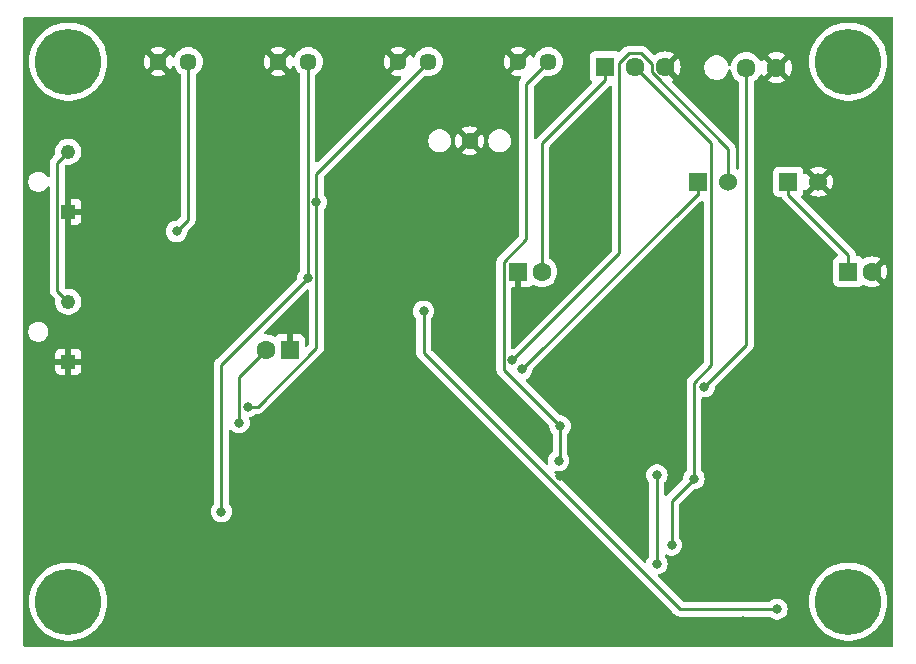
<source format=gbr>
%TF.GenerationSoftware,KiCad,Pcbnew,8.0.0*%
%TF.CreationDate,2024-04-17T16:33:46+02:00*%
%TF.ProjectId,bspdv3,62737064-7633-42e6-9b69-6361645f7063,rev?*%
%TF.SameCoordinates,Original*%
%TF.FileFunction,Copper,L2,Bot*%
%TF.FilePolarity,Positive*%
%FSLAX46Y46*%
G04 Gerber Fmt 4.6, Leading zero omitted, Abs format (unit mm)*
G04 Created by KiCad (PCBNEW 8.0.0) date 2024-04-17 16:33:46*
%MOMM*%
%LPD*%
G01*
G04 APERTURE LIST*
%TA.AperFunction,ComponentPad*%
%ADD10C,5.600000*%
%TD*%
%TA.AperFunction,ComponentPad*%
%ADD11R,1.600000X1.600000*%
%TD*%
%TA.AperFunction,ComponentPad*%
%ADD12C,1.600000*%
%TD*%
%TA.AperFunction,ComponentPad*%
%ADD13C,1.447000*%
%TD*%
%TA.AperFunction,ComponentPad*%
%ADD14C,1.440000*%
%TD*%
%TA.AperFunction,ComponentPad*%
%ADD15R,1.217000X1.217000*%
%TD*%
%TA.AperFunction,ComponentPad*%
%ADD16C,1.217000*%
%TD*%
%TA.AperFunction,ComponentPad*%
%ADD17R,1.530000X1.530000*%
%TD*%
%TA.AperFunction,ComponentPad*%
%ADD18C,1.530000*%
%TD*%
%TA.AperFunction,ComponentPad*%
%ADD19C,1.610000*%
%TD*%
%TA.AperFunction,ComponentPad*%
%ADD20R,1.610000X1.610000*%
%TD*%
%TA.AperFunction,ViaPad*%
%ADD21C,0.800000*%
%TD*%
%TA.AperFunction,Conductor*%
%ADD22C,0.250000*%
%TD*%
G04 APERTURE END LIST*
D10*
%TO.P,M4,1*%
%TO.N,N/C*%
X88900000Y-66040000D03*
%TD*%
%TO.P,M3,1*%
%TO.N,N/C*%
X22860000Y-66040000D03*
%TD*%
D11*
%TO.P,C1,1*%
%TO.N,GND*%
X41595100Y-44704000D03*
D12*
%TO.P,C1,2*%
%TO.N,Net-(CP3-IN+)*%
X39595100Y-44704000D03*
%TD*%
D13*
%TO.P,LED2,1,K*%
%TO.N,GND*%
X40640000Y-20320000D03*
%TO.P,LED2,2,A*%
%TO.N,BSPD out*%
X43180000Y-20320000D03*
%TD*%
D14*
%TO.P,U2,2,GND*%
%TO.N,GND*%
X56834500Y-27024000D03*
%TD*%
D15*
%TO.P,RV2,1,CCW*%
%TO.N,GND*%
X22860000Y-33020000D03*
D16*
%TO.P,RV2,3,CW*%
%TO.N,+5V*%
X22860000Y-27940000D03*
%TD*%
D11*
%TO.P,C5,1*%
%TO.N,GND*%
X60960000Y-38100000D03*
D12*
%TO.P,C5,2*%
%TO.N,+5V*%
X62960000Y-38100000D03*
%TD*%
D13*
%TO.P,LED1,1,K*%
%TO.N,GND*%
X50800000Y-20320000D03*
%TO.P,LED1,2,A*%
%TO.N,Intput w{slash} 50msdelay*%
X53340000Y-20320000D03*
%TD*%
D10*
%TO.P,M1,1*%
%TO.N,N/C*%
X22860000Y-20320000D03*
%TD*%
D17*
%TO.P,J4,1,1*%
%TO.N,+12V*%
X83820000Y-30480000D03*
D18*
%TO.P,J4,2,2*%
%TO.N,GND*%
X86360000Y-30480000D03*
%TD*%
D19*
%TO.P,J2,2,2*%
%TO.N,Current Sensor*%
X80264000Y-20828000D03*
%TO.P,J2,3,3*%
%TO.N,GND*%
X82804000Y-20828000D03*
%TD*%
D10*
%TO.P,M2,1*%
%TO.N,N/C*%
X88900000Y-20320000D03*
%TD*%
D13*
%TO.P,LED3,1,K*%
%TO.N,GND*%
X30480000Y-20320000D03*
%TO.P,LED3,2,A*%
%TO.N,Net-(LED3-A)*%
X33020000Y-20320000D03*
%TD*%
D11*
%TO.P,C4,1*%
%TO.N,+12V*%
X88900000Y-38100000D03*
D12*
%TO.P,C4,2*%
%TO.N,GND*%
X90900000Y-38100000D03*
%TD*%
D20*
%TO.P,J1,1,1*%
%TO.N,+5V*%
X68317000Y-20753000D03*
D19*
%TO.P,J1,2,2*%
%TO.N,BPS signal*%
X70857000Y-20753000D03*
%TO.P,J1,3,3*%
%TO.N,GND*%
X73397000Y-20753000D03*
%TD*%
D15*
%TO.P,RV1,1,CCW*%
%TO.N,GND*%
X22860000Y-45720000D03*
D16*
%TO.P,RV1,3,CW*%
%TO.N,+5V*%
X22860000Y-40640000D03*
%TD*%
D17*
%TO.P,J3,1,1*%
%TO.N,SC in*%
X76200000Y-30480000D03*
D18*
%TO.P,J3,2,2*%
%TO.N,SC out*%
X78740000Y-30480000D03*
%TD*%
D13*
%TO.P,LED4,1,K*%
%TO.N,GND*%
X60960000Y-20320000D03*
%TO.P,LED4,2,A*%
%TO.N,SCS Check*%
X63500000Y-20320000D03*
%TD*%
D21*
%TO.N,GND*%
X84204200Y-48073900D03*
X79981400Y-67703100D03*
X72470900Y-38062500D03*
X58166000Y-62098200D03*
X27008300Y-36073400D03*
X29882400Y-55600100D03*
X81418900Y-55602800D03*
X25383800Y-55778800D03*
X64499600Y-62731300D03*
X84239400Y-40525200D03*
X30379200Y-40552500D03*
X68197900Y-31819300D03*
X76244600Y-62096300D03*
X28440500Y-62322800D03*
X33783600Y-58442500D03*
X81446400Y-50843200D03*
X38147200Y-31138900D03*
X27990000Y-28134300D03*
X49403000Y-61404400D03*
X28000600Y-51406000D03*
X62570700Y-46752200D03*
X64498500Y-55385200D03*
X37001900Y-39298900D03*
%TO.N,Net-(CP3-IN+)*%
X37320700Y-50870600D03*
%TO.N,Current Sensor*%
X76697500Y-47834200D03*
%TO.N,BPS signal*%
X75829700Y-55629800D03*
X73947400Y-61251000D03*
%TO.N,SCS Check*%
X64494300Y-51165200D03*
X64373100Y-54086800D03*
%TO.N,4.2V*%
X72690500Y-62831300D03*
X72690500Y-55315900D03*
%TO.N,Intput w{slash} 50msdelay*%
X38047500Y-49518300D03*
X43864900Y-32221400D03*
%TO.N,BSPD out*%
X43126900Y-38645900D03*
X35812000Y-58418900D03*
%TO.N,Net-(LED3-A)*%
X32022500Y-34686500D03*
%TO.N,Net-(G4-Pad4)*%
X82862800Y-66675000D03*
X52942000Y-41443500D03*
%TO.N,SC out*%
X60449500Y-45602500D03*
%TO.N,SC in*%
X61242700Y-46380100D03*
%TD*%
D22*
%TO.N,Net-(CP3-IN+)*%
X37320700Y-50870600D02*
X37320700Y-46978400D01*
X37320700Y-46978400D02*
X39595100Y-44704000D01*
%TO.N,+12V*%
X88900000Y-36651700D02*
X88900000Y-38100000D01*
X83820000Y-31571700D02*
X88900000Y-36651700D01*
X83820000Y-30480000D02*
X83820000Y-31571700D01*
%TO.N,+5V*%
X21924800Y-39704800D02*
X21924800Y-28875200D01*
X21924800Y-28875200D02*
X22860000Y-27940000D01*
X62960000Y-27241700D02*
X68317000Y-21884700D01*
X62960000Y-38100000D02*
X62960000Y-27241700D01*
X68317000Y-20753000D02*
X68317000Y-21884700D01*
X22860000Y-40640000D02*
X21924800Y-39704800D01*
%TO.N,Current Sensor*%
X80264000Y-44267700D02*
X76697500Y-47834200D01*
X80264000Y-20828000D02*
X80264000Y-44267700D01*
%TO.N,BPS signal*%
X75829700Y-47516700D02*
X75829700Y-55629800D01*
X77310800Y-46035600D02*
X75829700Y-47516700D01*
X73947400Y-61251000D02*
X73947400Y-57512100D01*
X73947400Y-57512100D02*
X75829700Y-55629800D01*
X70857000Y-20753000D02*
X77310800Y-27206800D01*
X77310800Y-27206800D02*
X77310800Y-46035600D01*
%TO.N,SCS Check*%
X63500000Y-20320000D02*
X61624100Y-22195900D01*
X59722800Y-37275100D02*
X59722800Y-46393700D01*
X64373100Y-54086800D02*
X64494300Y-53965600D01*
X59722800Y-46393700D02*
X64494300Y-51165200D01*
X64494300Y-53965600D02*
X64494300Y-51165200D01*
X61624100Y-35373800D02*
X59722800Y-37275100D01*
X61624100Y-22195900D02*
X61624100Y-35373800D01*
%TO.N,4.2V*%
X72690500Y-55315900D02*
X72690500Y-62831300D01*
%TO.N,Intput w{slash} 50msdelay*%
X43864900Y-44532200D02*
X43864900Y-32221400D01*
X43864900Y-32221400D02*
X43864900Y-29795100D01*
X43864900Y-29795100D02*
X53340000Y-20320000D01*
X38878800Y-49518300D02*
X43864900Y-44532200D01*
X38047500Y-49518300D02*
X38878800Y-49518300D01*
%TO.N,BSPD out*%
X43126900Y-20373100D02*
X43126900Y-38645900D01*
X35812000Y-58418900D02*
X35812000Y-45960800D01*
X43180000Y-20320000D02*
X43126900Y-20373100D01*
X35812000Y-45960800D02*
X43126900Y-38645900D01*
%TO.N,Net-(LED3-A)*%
X33020000Y-33689000D02*
X32022500Y-34686500D01*
X33020000Y-20320000D02*
X33020000Y-33689000D01*
%TO.N,Net-(G4-Pad4)*%
X52942000Y-44948500D02*
X74668500Y-66675000D01*
X52942000Y-41443500D02*
X52942000Y-44948500D01*
X74668500Y-66675000D02*
X82862800Y-66675000D01*
%TO.N,SC out*%
X78740000Y-27700700D02*
X78740000Y-30480000D01*
X69517000Y-20413000D02*
X70341000Y-19589000D01*
X72265300Y-20504200D02*
X72265300Y-21226000D01*
X60449500Y-45602500D02*
X69517000Y-36535000D01*
X72265300Y-21226000D02*
X78740000Y-27700700D01*
X69517000Y-36535000D02*
X69517000Y-20413000D01*
X70341000Y-19589000D02*
X71350100Y-19589000D01*
X71350100Y-19589000D02*
X72265300Y-20504200D01*
%TO.N,SC in*%
X61242700Y-46380100D02*
X76051100Y-31571700D01*
X76051100Y-31571700D02*
X76200000Y-31571700D01*
X76200000Y-30480000D02*
X76200000Y-31571700D01*
%TD*%
%TA.AperFunction,Conductor*%
%TO.N,GND*%
G36*
X76626454Y-32126201D02*
G01*
X76673151Y-32178174D01*
X76685300Y-32231704D01*
X76685300Y-45725147D01*
X76665615Y-45792186D01*
X76648981Y-45812828D01*
X75343843Y-47117965D01*
X75343840Y-47117968D01*
X75333328Y-47133702D01*
X75275389Y-47220412D01*
X75275385Y-47220419D01*
X75250459Y-47280599D01*
X75250459Y-47280600D01*
X75228238Y-47334245D01*
X75228235Y-47334255D01*
X75204200Y-47455089D01*
X75204200Y-54931112D01*
X75184515Y-54998151D01*
X75172350Y-55014084D01*
X75097166Y-55097584D01*
X75002521Y-55261515D01*
X75002518Y-55261522D01*
X74984850Y-55315900D01*
X74944026Y-55441544D01*
X74937445Y-55504156D01*
X74926378Y-55609451D01*
X74899793Y-55674066D01*
X74890738Y-55684170D01*
X73548670Y-57026239D01*
X73527681Y-57047228D01*
X73466358Y-57080713D01*
X73396666Y-57075729D01*
X73340733Y-57033857D01*
X73316316Y-56968393D01*
X73316000Y-56959547D01*
X73316000Y-56014587D01*
X73335685Y-55947548D01*
X73347850Y-55931615D01*
X73366391Y-55911022D01*
X73423033Y-55848116D01*
X73517679Y-55684184D01*
X73576174Y-55504156D01*
X73595960Y-55315900D01*
X73576174Y-55127644D01*
X73517679Y-54947616D01*
X73423033Y-54783684D01*
X73296371Y-54643012D01*
X73296370Y-54643011D01*
X73143234Y-54531751D01*
X73143229Y-54531748D01*
X72970307Y-54454757D01*
X72970302Y-54454755D01*
X72824501Y-54423765D01*
X72785146Y-54415400D01*
X72595854Y-54415400D01*
X72563397Y-54422298D01*
X72410697Y-54454755D01*
X72410692Y-54454757D01*
X72237770Y-54531748D01*
X72237765Y-54531751D01*
X72084629Y-54643011D01*
X71957966Y-54783685D01*
X71863321Y-54947615D01*
X71863318Y-54947622D01*
X71804827Y-55127640D01*
X71804826Y-55127644D01*
X71785040Y-55315900D01*
X71804826Y-55504156D01*
X71804827Y-55504159D01*
X71863318Y-55684177D01*
X71863321Y-55684184D01*
X71957967Y-55848116D01*
X72001272Y-55896210D01*
X72033150Y-55931615D01*
X72063380Y-55994606D01*
X72065000Y-56014587D01*
X72065000Y-62132612D01*
X72045315Y-62199651D01*
X72033150Y-62215584D01*
X71957966Y-62299084D01*
X71863321Y-62463015D01*
X71863318Y-62463022D01*
X71804826Y-62643042D01*
X71803476Y-62649397D01*
X71801800Y-62649040D01*
X71778421Y-62705838D01*
X71721117Y-62745814D01*
X71651298Y-62748462D01*
X71594017Y-62715927D01*
X64049897Y-55171807D01*
X64016412Y-55110484D01*
X64021396Y-55040792D01*
X64063268Y-54984859D01*
X64128732Y-54960442D01*
X64163358Y-54962835D01*
X64278454Y-54987300D01*
X64278455Y-54987300D01*
X64467744Y-54987300D01*
X64467746Y-54987300D01*
X64652903Y-54947944D01*
X64825830Y-54870951D01*
X64978971Y-54759688D01*
X65105633Y-54619016D01*
X65200279Y-54455084D01*
X65258774Y-54275056D01*
X65278560Y-54086800D01*
X65258774Y-53898544D01*
X65200279Y-53718516D01*
X65200276Y-53718510D01*
X65136413Y-53607895D01*
X65119800Y-53545896D01*
X65119800Y-51863887D01*
X65139485Y-51796848D01*
X65151650Y-51780915D01*
X65170191Y-51760322D01*
X65226833Y-51697416D01*
X65321479Y-51533484D01*
X65379974Y-51353456D01*
X65399760Y-51165200D01*
X65379974Y-50976944D01*
X65321479Y-50796916D01*
X65226833Y-50632984D01*
X65100171Y-50492312D01*
X65088991Y-50484189D01*
X64947034Y-50381051D01*
X64947029Y-50381048D01*
X64774107Y-50304057D01*
X64774102Y-50304055D01*
X64628301Y-50273065D01*
X64588946Y-50264700D01*
X64588945Y-50264700D01*
X64529752Y-50264700D01*
X64462713Y-50245015D01*
X64442071Y-50228381D01*
X61603326Y-47389636D01*
X61569841Y-47328313D01*
X61574825Y-47258621D01*
X61616697Y-47202688D01*
X61640571Y-47188676D01*
X61695430Y-47164251D01*
X61848571Y-47052988D01*
X61975233Y-46912316D01*
X62069879Y-46748384D01*
X62128374Y-46568356D01*
X62146021Y-46400445D01*
X62172605Y-46335832D01*
X62181652Y-46325736D01*
X76295656Y-32211732D01*
X76356977Y-32178249D01*
X76359068Y-32177813D01*
X76382452Y-32173163D01*
X76485168Y-32130615D01*
X76496279Y-32126014D01*
X76496279Y-32126013D01*
X76496286Y-32126011D01*
X76496291Y-32126007D01*
X76501661Y-32123138D01*
X76502837Y-32125339D01*
X76559072Y-32107724D01*
X76626454Y-32126201D01*
G37*
%TD.AperFunction*%
%TA.AperFunction,Conductor*%
G36*
X68810834Y-22377969D02*
G01*
X68866767Y-22419841D01*
X68891184Y-22485305D01*
X68891500Y-22494151D01*
X68891500Y-36224547D01*
X68871815Y-36291586D01*
X68855181Y-36312228D01*
X60559981Y-44607428D01*
X60498658Y-44640913D01*
X60428966Y-44635929D01*
X60373033Y-44594057D01*
X60348616Y-44528593D01*
X60348300Y-44519747D01*
X60348300Y-39524000D01*
X60367985Y-39456961D01*
X60420789Y-39411206D01*
X60472300Y-39400000D01*
X60710000Y-39400000D01*
X60710000Y-38415686D01*
X60714394Y-38420080D01*
X60805606Y-38472741D01*
X60907339Y-38500000D01*
X61012661Y-38500000D01*
X61114394Y-38472741D01*
X61205606Y-38420080D01*
X61210000Y-38415686D01*
X61210000Y-39400000D01*
X61807828Y-39400000D01*
X61807844Y-39399999D01*
X61867372Y-39393598D01*
X61867379Y-39393596D01*
X62002086Y-39343354D01*
X62002088Y-39343352D01*
X62117186Y-39257190D01*
X62117188Y-39257188D01*
X62123642Y-39248568D01*
X62179575Y-39206696D01*
X62249266Y-39201710D01*
X62294029Y-39221300D01*
X62307266Y-39230568D01*
X62513504Y-39326739D01*
X62733308Y-39385635D01*
X62895230Y-39399801D01*
X62959998Y-39405468D01*
X62960000Y-39405468D01*
X62960002Y-39405468D01*
X63022511Y-39399999D01*
X63186692Y-39385635D01*
X63406496Y-39326739D01*
X63612734Y-39230568D01*
X63799139Y-39100047D01*
X63960047Y-38939139D01*
X64090568Y-38752734D01*
X64186739Y-38546496D01*
X64245635Y-38326692D01*
X64265468Y-38100000D01*
X64245635Y-37873308D01*
X64186739Y-37653504D01*
X64090568Y-37447266D01*
X63960047Y-37260861D01*
X63960045Y-37260858D01*
X63799140Y-37099953D01*
X63638377Y-36987386D01*
X63594752Y-36932809D01*
X63585500Y-36885811D01*
X63585500Y-27552151D01*
X63605185Y-27485112D01*
X63621814Y-27464475D01*
X68679819Y-22406469D01*
X68741142Y-22372985D01*
X68810834Y-22377969D01*
G37*
%TD.AperFunction*%
%TA.AperFunction,Conductor*%
G36*
X43158734Y-39601169D02*
G01*
X43214667Y-39643041D01*
X43239084Y-39708505D01*
X43239400Y-39717351D01*
X43239400Y-44221747D01*
X43219715Y-44288786D01*
X43203081Y-44309428D01*
X43106781Y-44405728D01*
X43045458Y-44439213D01*
X42975766Y-44434229D01*
X42919833Y-44392357D01*
X42895416Y-44326893D01*
X42895100Y-44318047D01*
X42895100Y-43856172D01*
X42895099Y-43856155D01*
X42888698Y-43796627D01*
X42888696Y-43796620D01*
X42838454Y-43661913D01*
X42838450Y-43661906D01*
X42752290Y-43546812D01*
X42752287Y-43546809D01*
X42637193Y-43460649D01*
X42637186Y-43460645D01*
X42502479Y-43410403D01*
X42502472Y-43410401D01*
X42442944Y-43404000D01*
X41845100Y-43404000D01*
X41845100Y-44388314D01*
X41840706Y-44383920D01*
X41749494Y-44331259D01*
X41647761Y-44304000D01*
X41542439Y-44304000D01*
X41440706Y-44331259D01*
X41349494Y-44383920D01*
X41345100Y-44388314D01*
X41345100Y-43404000D01*
X40747255Y-43404000D01*
X40687727Y-43410401D01*
X40687720Y-43410403D01*
X40553013Y-43460645D01*
X40553006Y-43460649D01*
X40437914Y-43546808D01*
X40437906Y-43546816D01*
X40431454Y-43555435D01*
X40375519Y-43597305D01*
X40305828Y-43602288D01*
X40261068Y-43582698D01*
X40247838Y-43573435D01*
X40247832Y-43573431D01*
X40041597Y-43477261D01*
X40041588Y-43477258D01*
X39821797Y-43418366D01*
X39821793Y-43418365D01*
X39821792Y-43418365D01*
X39821791Y-43418364D01*
X39821786Y-43418364D01*
X39595102Y-43398532D01*
X39595093Y-43398532D01*
X39566006Y-43401076D01*
X39497506Y-43387308D01*
X39447325Y-43338691D01*
X39431393Y-43270662D01*
X39454770Y-43204819D01*
X39467514Y-43189874D01*
X43027721Y-39629668D01*
X43089042Y-39596185D01*
X43158734Y-39601169D01*
G37*
%TD.AperFunction*%
%TA.AperFunction,Conductor*%
G36*
X92653039Y-16529685D02*
G01*
X92698794Y-16582489D01*
X92710000Y-16634000D01*
X92710000Y-69726000D01*
X92690315Y-69793039D01*
X92637511Y-69838794D01*
X92586000Y-69850000D01*
X19174000Y-69850000D01*
X19106961Y-69830315D01*
X19061206Y-69777511D01*
X19050000Y-69726000D01*
X19050000Y-66040002D01*
X19554652Y-66040002D01*
X19574028Y-66397368D01*
X19574029Y-66397385D01*
X19631926Y-66750539D01*
X19631932Y-66750565D01*
X19727672Y-67095392D01*
X19727674Y-67095399D01*
X19860142Y-67427870D01*
X19860151Y-67427888D01*
X20027784Y-67744077D01*
X20027790Y-67744086D01*
X20228634Y-68040309D01*
X20228641Y-68040319D01*
X20460331Y-68313085D01*
X20460332Y-68313086D01*
X20720163Y-68559211D01*
X21005081Y-68775800D01*
X21311747Y-68960315D01*
X21311749Y-68960316D01*
X21311751Y-68960317D01*
X21311755Y-68960319D01*
X21636552Y-69110585D01*
X21636565Y-69110591D01*
X21975726Y-69224868D01*
X22325254Y-69301805D01*
X22681052Y-69340500D01*
X22681058Y-69340500D01*
X23038942Y-69340500D01*
X23038948Y-69340500D01*
X23394746Y-69301805D01*
X23744274Y-69224868D01*
X24083435Y-69110591D01*
X24408253Y-68960315D01*
X24714919Y-68775800D01*
X24999837Y-68559211D01*
X25259668Y-68313086D01*
X25491365Y-68040311D01*
X25692211Y-67744085D01*
X25859853Y-67427880D01*
X25992324Y-67095403D01*
X26088071Y-66750552D01*
X26145972Y-66397371D01*
X26165348Y-66040000D01*
X26145972Y-65682629D01*
X26088071Y-65329448D01*
X25992324Y-64984597D01*
X25859853Y-64652120D01*
X25692211Y-64335915D01*
X25491365Y-64039689D01*
X25491361Y-64039684D01*
X25491358Y-64039680D01*
X25259668Y-63766914D01*
X25228154Y-63737062D01*
X24999837Y-63520789D01*
X24999830Y-63520783D01*
X24999827Y-63520781D01*
X24932245Y-63469407D01*
X24714919Y-63304200D01*
X24408253Y-63119685D01*
X24408252Y-63119684D01*
X24408248Y-63119682D01*
X24408244Y-63119680D01*
X24083447Y-62969414D01*
X24083441Y-62969411D01*
X24083435Y-62969409D01*
X23913854Y-62912270D01*
X23744273Y-62855131D01*
X23394744Y-62778194D01*
X23038949Y-62739500D01*
X23038948Y-62739500D01*
X22681052Y-62739500D01*
X22681050Y-62739500D01*
X22325255Y-62778194D01*
X21975726Y-62855131D01*
X21795569Y-62915834D01*
X21636565Y-62969409D01*
X21636563Y-62969410D01*
X21636552Y-62969414D01*
X21311755Y-63119680D01*
X21311751Y-63119682D01*
X21178954Y-63199584D01*
X21005081Y-63304200D01*
X20927055Y-63363514D01*
X20720172Y-63520781D01*
X20720163Y-63520789D01*
X20460331Y-63766914D01*
X20228641Y-64039680D01*
X20228634Y-64039690D01*
X20027790Y-64335913D01*
X20027784Y-64335922D01*
X19860151Y-64652111D01*
X19860142Y-64652129D01*
X19727674Y-64984600D01*
X19727672Y-64984607D01*
X19631932Y-65329434D01*
X19631926Y-65329460D01*
X19574029Y-65682614D01*
X19574028Y-65682631D01*
X19554652Y-66039997D01*
X19554652Y-66040002D01*
X19050000Y-66040002D01*
X19050000Y-58418900D01*
X34906540Y-58418900D01*
X34926326Y-58607156D01*
X34926327Y-58607159D01*
X34984818Y-58787177D01*
X34984821Y-58787184D01*
X35079467Y-58951116D01*
X35206129Y-59091788D01*
X35359265Y-59203048D01*
X35359270Y-59203051D01*
X35532192Y-59280042D01*
X35532197Y-59280044D01*
X35717354Y-59319400D01*
X35717355Y-59319400D01*
X35906644Y-59319400D01*
X35906646Y-59319400D01*
X36091803Y-59280044D01*
X36264730Y-59203051D01*
X36417871Y-59091788D01*
X36544533Y-58951116D01*
X36639179Y-58787184D01*
X36697674Y-58607156D01*
X36717460Y-58418900D01*
X36697674Y-58230644D01*
X36639179Y-58050616D01*
X36544533Y-57886684D01*
X36469350Y-57803184D01*
X36439120Y-57740192D01*
X36437500Y-57720212D01*
X36437500Y-51558513D01*
X36457185Y-51491474D01*
X36509989Y-51445719D01*
X36579147Y-51435775D01*
X36642703Y-51464800D01*
X36653642Y-51475533D01*
X36705815Y-51533477D01*
X36714829Y-51543488D01*
X36867965Y-51654748D01*
X36867970Y-51654751D01*
X37040892Y-51731742D01*
X37040897Y-51731744D01*
X37226054Y-51771100D01*
X37226055Y-51771100D01*
X37415344Y-51771100D01*
X37415346Y-51771100D01*
X37600503Y-51731744D01*
X37773430Y-51654751D01*
X37926571Y-51543488D01*
X38053233Y-51402816D01*
X38147879Y-51238884D01*
X38206374Y-51058856D01*
X38226160Y-50870600D01*
X38206374Y-50682344D01*
X38164682Y-50554030D01*
X38162687Y-50484189D01*
X38198767Y-50424356D01*
X38256828Y-50394423D01*
X38327303Y-50379444D01*
X38500230Y-50302451D01*
X38653371Y-50191188D01*
X38656288Y-50187947D01*
X38659100Y-50184826D01*
X38718587Y-50148179D01*
X38751248Y-50143800D01*
X38940407Y-50143800D01*
X39000829Y-50131781D01*
X39061252Y-50119763D01*
X39111296Y-50099034D01*
X39175086Y-50072612D01*
X39226309Y-50038384D01*
X39277533Y-50004158D01*
X39364658Y-49917033D01*
X39364659Y-49917031D01*
X39371725Y-49909965D01*
X39371728Y-49909961D01*
X44263629Y-45018060D01*
X44263633Y-45018058D01*
X44350758Y-44930933D01*
X44419211Y-44828486D01*
X44466363Y-44714652D01*
X44490400Y-44593806D01*
X44490400Y-41443500D01*
X52036540Y-41443500D01*
X52056326Y-41631756D01*
X52056327Y-41631759D01*
X52114818Y-41811777D01*
X52114821Y-41811784D01*
X52209467Y-41975716D01*
X52252772Y-42023810D01*
X52284650Y-42059215D01*
X52314880Y-42122206D01*
X52316500Y-42142187D01*
X52316500Y-45010110D01*
X52329754Y-45076741D01*
X52340537Y-45130952D01*
X52354347Y-45164292D01*
X52354347Y-45164293D01*
X52387685Y-45244781D01*
X52387687Y-45244784D01*
X52407590Y-45274570D01*
X52407591Y-45274572D01*
X52456141Y-45347232D01*
X52456144Y-45347236D01*
X52547586Y-45438678D01*
X52547608Y-45438698D01*
X74179516Y-67070606D01*
X74179545Y-67070637D01*
X74269763Y-67160855D01*
X74269767Y-67160858D01*
X74339147Y-67207216D01*
X74372215Y-67229312D01*
X74436004Y-67255734D01*
X74486048Y-67276463D01*
X74546471Y-67288481D01*
X74606893Y-67300500D01*
X74606894Y-67300500D01*
X82159052Y-67300500D01*
X82226091Y-67320185D01*
X82251200Y-67341526D01*
X82256926Y-67347885D01*
X82256930Y-67347889D01*
X82410065Y-67459148D01*
X82410070Y-67459151D01*
X82582992Y-67536142D01*
X82582997Y-67536144D01*
X82768154Y-67575500D01*
X82768155Y-67575500D01*
X82957444Y-67575500D01*
X82957446Y-67575500D01*
X83142603Y-67536144D01*
X83315530Y-67459151D01*
X83468671Y-67347888D01*
X83595333Y-67207216D01*
X83689979Y-67043284D01*
X83748474Y-66863256D01*
X83768260Y-66675000D01*
X83748474Y-66486744D01*
X83689979Y-66306716D01*
X83595333Y-66142784D01*
X83502787Y-66040002D01*
X85594652Y-66040002D01*
X85614028Y-66397368D01*
X85614029Y-66397385D01*
X85671926Y-66750539D01*
X85671932Y-66750565D01*
X85767672Y-67095392D01*
X85767674Y-67095399D01*
X85900142Y-67427870D01*
X85900151Y-67427888D01*
X86067784Y-67744077D01*
X86067790Y-67744086D01*
X86268634Y-68040309D01*
X86268641Y-68040319D01*
X86500331Y-68313085D01*
X86500332Y-68313086D01*
X86760163Y-68559211D01*
X87045081Y-68775800D01*
X87351747Y-68960315D01*
X87351749Y-68960316D01*
X87351751Y-68960317D01*
X87351755Y-68960319D01*
X87676552Y-69110585D01*
X87676565Y-69110591D01*
X88015726Y-69224868D01*
X88365254Y-69301805D01*
X88721052Y-69340500D01*
X88721058Y-69340500D01*
X89078942Y-69340500D01*
X89078948Y-69340500D01*
X89434746Y-69301805D01*
X89784274Y-69224868D01*
X90123435Y-69110591D01*
X90448253Y-68960315D01*
X90754919Y-68775800D01*
X91039837Y-68559211D01*
X91299668Y-68313086D01*
X91531365Y-68040311D01*
X91732211Y-67744085D01*
X91899853Y-67427880D01*
X92032324Y-67095403D01*
X92128071Y-66750552D01*
X92185972Y-66397371D01*
X92205348Y-66040000D01*
X92185972Y-65682629D01*
X92128071Y-65329448D01*
X92032324Y-64984597D01*
X91899853Y-64652120D01*
X91732211Y-64335915D01*
X91531365Y-64039689D01*
X91531361Y-64039684D01*
X91531358Y-64039680D01*
X91299668Y-63766914D01*
X91268154Y-63737062D01*
X91039837Y-63520789D01*
X91039830Y-63520783D01*
X91039827Y-63520781D01*
X90972245Y-63469407D01*
X90754919Y-63304200D01*
X90448253Y-63119685D01*
X90448252Y-63119684D01*
X90448248Y-63119682D01*
X90448244Y-63119680D01*
X90123447Y-62969414D01*
X90123441Y-62969411D01*
X90123435Y-62969409D01*
X89953854Y-62912270D01*
X89784273Y-62855131D01*
X89434744Y-62778194D01*
X89078949Y-62739500D01*
X89078948Y-62739500D01*
X88721052Y-62739500D01*
X88721050Y-62739500D01*
X88365255Y-62778194D01*
X88015726Y-62855131D01*
X87835569Y-62915834D01*
X87676565Y-62969409D01*
X87676563Y-62969410D01*
X87676552Y-62969414D01*
X87351755Y-63119680D01*
X87351751Y-63119682D01*
X87218954Y-63199584D01*
X87045081Y-63304200D01*
X86967055Y-63363514D01*
X86760172Y-63520781D01*
X86760163Y-63520789D01*
X86500331Y-63766914D01*
X86268641Y-64039680D01*
X86268634Y-64039690D01*
X86067790Y-64335913D01*
X86067784Y-64335922D01*
X85900151Y-64652111D01*
X85900142Y-64652129D01*
X85767674Y-64984600D01*
X85767672Y-64984607D01*
X85671932Y-65329434D01*
X85671926Y-65329460D01*
X85614029Y-65682614D01*
X85614028Y-65682631D01*
X85594652Y-66039997D01*
X85594652Y-66040002D01*
X83502787Y-66040002D01*
X83468671Y-66002112D01*
X83468670Y-66002111D01*
X83315534Y-65890851D01*
X83315529Y-65890848D01*
X83142607Y-65813857D01*
X83142602Y-65813855D01*
X82996801Y-65782865D01*
X82957446Y-65774500D01*
X82768154Y-65774500D01*
X82735697Y-65781398D01*
X82582997Y-65813855D01*
X82582992Y-65813857D01*
X82410070Y-65890848D01*
X82410065Y-65890851D01*
X82256930Y-66002110D01*
X82256926Y-66002114D01*
X82251200Y-66008474D01*
X82191713Y-66045121D01*
X82159052Y-66049500D01*
X74978952Y-66049500D01*
X74911913Y-66029815D01*
X74891271Y-66013181D01*
X72802100Y-63924010D01*
X72768615Y-63862687D01*
X72773599Y-63792995D01*
X72815471Y-63737062D01*
X72864001Y-63715039D01*
X72864807Y-63714867D01*
X72970303Y-63692444D01*
X73143230Y-63615451D01*
X73296371Y-63504188D01*
X73423033Y-63363516D01*
X73517679Y-63199584D01*
X73576174Y-63019556D01*
X73595960Y-62831300D01*
X73576174Y-62643044D01*
X73517679Y-62463016D01*
X73423033Y-62299084D01*
X73368787Y-62238838D01*
X73338558Y-62175848D01*
X73347183Y-62106512D01*
X73391925Y-62052847D01*
X73458577Y-62031889D01*
X73511373Y-62042587D01*
X73667597Y-62112144D01*
X73852754Y-62151500D01*
X73852755Y-62151500D01*
X74042044Y-62151500D01*
X74042046Y-62151500D01*
X74227203Y-62112144D01*
X74400130Y-62035151D01*
X74553271Y-61923888D01*
X74679933Y-61783216D01*
X74774579Y-61619284D01*
X74833074Y-61439256D01*
X74852860Y-61251000D01*
X74833074Y-61062744D01*
X74774579Y-60882716D01*
X74679933Y-60718784D01*
X74604750Y-60635284D01*
X74574520Y-60572292D01*
X74572900Y-60552312D01*
X74572900Y-57822552D01*
X74592585Y-57755513D01*
X74609219Y-57734871D01*
X75777471Y-56566619D01*
X75838794Y-56533134D01*
X75865152Y-56530300D01*
X75924344Y-56530300D01*
X75924346Y-56530300D01*
X76109503Y-56490944D01*
X76282430Y-56413951D01*
X76435571Y-56302688D01*
X76562233Y-56162016D01*
X76656879Y-55998084D01*
X76715374Y-55818056D01*
X76735160Y-55629800D01*
X76715374Y-55441544D01*
X76656879Y-55261516D01*
X76562233Y-55097584D01*
X76487050Y-55014084D01*
X76456820Y-54951092D01*
X76455200Y-54931112D01*
X76455200Y-48856442D01*
X76474885Y-48789403D01*
X76527689Y-48743648D01*
X76596847Y-48733704D01*
X76601853Y-48734594D01*
X76602853Y-48734700D01*
X76602854Y-48734700D01*
X76792144Y-48734700D01*
X76792146Y-48734700D01*
X76977303Y-48695344D01*
X77150230Y-48618351D01*
X77303371Y-48507088D01*
X77430033Y-48366416D01*
X77524679Y-48202484D01*
X77583174Y-48022456D01*
X77600821Y-47854545D01*
X77627405Y-47789932D01*
X77636452Y-47779836D01*
X80749858Y-44666433D01*
X80818312Y-44563985D01*
X80845932Y-44497303D01*
X80865463Y-44450152D01*
X80876595Y-44394188D01*
X80876959Y-44392357D01*
X80889501Y-44329308D01*
X80889501Y-44200983D01*
X80889500Y-44200957D01*
X80889500Y-31292870D01*
X82554500Y-31292870D01*
X82554501Y-31292876D01*
X82560908Y-31352483D01*
X82611202Y-31487328D01*
X82611206Y-31487335D01*
X82697452Y-31602544D01*
X82697455Y-31602547D01*
X82812664Y-31688793D01*
X82812671Y-31688797D01*
X82813709Y-31689184D01*
X82947517Y-31739091D01*
X83007127Y-31745500D01*
X83132098Y-31745499D01*
X83199137Y-31765183D01*
X83244892Y-31817987D01*
X83246659Y-31822046D01*
X83265688Y-31867986D01*
X83299042Y-31917903D01*
X83299914Y-31919207D01*
X83299915Y-31919209D01*
X83334141Y-31970433D01*
X83425586Y-32061878D01*
X83425608Y-32061898D01*
X87985072Y-36621362D01*
X88018557Y-36682685D01*
X88013573Y-36752377D01*
X87971701Y-36808310D01*
X87940725Y-36825225D01*
X87857670Y-36856203D01*
X87857664Y-36856206D01*
X87742455Y-36942452D01*
X87742452Y-36942455D01*
X87656206Y-37057664D01*
X87656202Y-37057671D01*
X87605908Y-37192517D01*
X87599501Y-37252116D01*
X87599500Y-37252135D01*
X87599500Y-38947870D01*
X87599501Y-38947876D01*
X87605908Y-39007483D01*
X87656202Y-39142328D01*
X87656206Y-39142335D01*
X87742452Y-39257544D01*
X87742455Y-39257547D01*
X87857664Y-39343793D01*
X87857671Y-39343797D01*
X87992517Y-39394091D01*
X87992516Y-39394091D01*
X87999444Y-39394835D01*
X88052127Y-39400500D01*
X89747872Y-39400499D01*
X89807483Y-39394091D01*
X89942331Y-39343796D01*
X90057546Y-39257546D01*
X90064350Y-39248455D01*
X90120280Y-39206584D01*
X90189971Y-39201597D01*
X90234740Y-39221188D01*
X90247512Y-39230130D01*
X90247518Y-39230134D01*
X90453673Y-39326265D01*
X90453682Y-39326269D01*
X90673389Y-39385139D01*
X90673400Y-39385141D01*
X90899998Y-39404966D01*
X90900002Y-39404966D01*
X91126599Y-39385141D01*
X91126610Y-39385139D01*
X91346317Y-39326269D01*
X91346331Y-39326264D01*
X91552478Y-39230136D01*
X91625471Y-39179024D01*
X90946447Y-38500000D01*
X90952661Y-38500000D01*
X91054394Y-38472741D01*
X91145606Y-38420080D01*
X91220080Y-38345606D01*
X91272741Y-38254394D01*
X91300000Y-38152661D01*
X91300000Y-38146447D01*
X91979024Y-38825471D01*
X92030136Y-38752478D01*
X92126264Y-38546331D01*
X92126269Y-38546317D01*
X92185139Y-38326610D01*
X92185141Y-38326599D01*
X92204966Y-38100002D01*
X92204966Y-38099997D01*
X92185141Y-37873400D01*
X92185139Y-37873389D01*
X92126269Y-37653682D01*
X92126264Y-37653668D01*
X92030136Y-37447521D01*
X92030132Y-37447513D01*
X91979025Y-37374526D01*
X91300000Y-38053551D01*
X91300000Y-38047339D01*
X91272741Y-37945606D01*
X91220080Y-37854394D01*
X91145606Y-37779920D01*
X91054394Y-37727259D01*
X90952661Y-37700000D01*
X90946447Y-37700000D01*
X91625472Y-37020974D01*
X91552478Y-36969863D01*
X91346331Y-36873735D01*
X91346317Y-36873730D01*
X91126610Y-36814860D01*
X91126599Y-36814858D01*
X90900002Y-36795034D01*
X90899998Y-36795034D01*
X90673400Y-36814858D01*
X90673389Y-36814860D01*
X90453682Y-36873730D01*
X90453673Y-36873734D01*
X90247512Y-36969868D01*
X90247507Y-36969871D01*
X90234736Y-36978813D01*
X90168529Y-37001138D01*
X90100763Y-36984124D01*
X90064352Y-36951546D01*
X90057546Y-36942454D01*
X90057544Y-36942453D01*
X90057544Y-36942452D01*
X89942335Y-36856206D01*
X89942328Y-36856202D01*
X89807482Y-36805908D01*
X89807483Y-36805908D01*
X89747883Y-36799501D01*
X89747881Y-36799500D01*
X89747873Y-36799500D01*
X89747865Y-36799500D01*
X89649500Y-36799500D01*
X89582461Y-36779815D01*
X89536706Y-36727011D01*
X89525500Y-36675500D01*
X89525500Y-36590096D01*
X89525147Y-36588319D01*
X89501463Y-36469248D01*
X89501461Y-36469243D01*
X89481962Y-36422168D01*
X89481947Y-36422135D01*
X89481932Y-36422097D01*
X89454312Y-36355415D01*
X89437256Y-36329890D01*
X89385858Y-36252967D01*
X89385856Y-36252964D01*
X89295637Y-36162745D01*
X89295606Y-36162716D01*
X84925291Y-31792401D01*
X84891806Y-31731078D01*
X84896790Y-31661386D01*
X84938661Y-31605454D01*
X84942546Y-31602546D01*
X85028796Y-31487331D01*
X85079091Y-31352483D01*
X85085500Y-31292873D01*
X85085499Y-31258563D01*
X85105182Y-31191527D01*
X85157985Y-31145771D01*
X85227143Y-31135826D01*
X85290699Y-31164849D01*
X85304548Y-31180205D01*
X85306105Y-31180342D01*
X85868871Y-30617575D01*
X85884755Y-30676853D01*
X85951898Y-30793147D01*
X86046853Y-30888102D01*
X86163147Y-30955245D01*
X86222424Y-30971128D01*
X85659656Y-31533894D01*
X85725083Y-31579706D01*
X85725085Y-31579707D01*
X85925690Y-31673250D01*
X85925699Y-31673254D01*
X86139490Y-31730538D01*
X86139500Y-31730540D01*
X86359999Y-31749832D01*
X86360001Y-31749832D01*
X86580499Y-31730540D01*
X86580509Y-31730538D01*
X86794300Y-31673254D01*
X86794309Y-31673250D01*
X86994915Y-31579706D01*
X87060342Y-31533894D01*
X86497575Y-30971127D01*
X86556853Y-30955245D01*
X86673147Y-30888102D01*
X86768102Y-30793147D01*
X86835245Y-30676853D01*
X86851128Y-30617575D01*
X87413894Y-31180342D01*
X87459706Y-31114915D01*
X87553250Y-30914309D01*
X87553254Y-30914300D01*
X87610538Y-30700509D01*
X87610540Y-30700499D01*
X87629832Y-30480000D01*
X87629832Y-30479999D01*
X87610540Y-30259500D01*
X87610538Y-30259490D01*
X87553254Y-30045699D01*
X87553250Y-30045690D01*
X87459707Y-29845085D01*
X87459706Y-29845083D01*
X87413894Y-29779657D01*
X87413894Y-29779656D01*
X86851127Y-30342423D01*
X86835245Y-30283147D01*
X86768102Y-30166853D01*
X86673147Y-30071898D01*
X86556853Y-30004755D01*
X86497575Y-29988872D01*
X87060342Y-29426105D01*
X87060341Y-29426103D01*
X86994919Y-29380295D01*
X86794309Y-29286749D01*
X86794300Y-29286745D01*
X86580509Y-29229461D01*
X86580499Y-29229459D01*
X86360001Y-29210168D01*
X86359999Y-29210168D01*
X86139500Y-29229459D01*
X86139490Y-29229461D01*
X85925699Y-29286745D01*
X85925690Y-29286749D01*
X85725084Y-29380293D01*
X85659657Y-29426104D01*
X86222424Y-29988871D01*
X86163147Y-30004755D01*
X86046853Y-30071898D01*
X85951898Y-30166853D01*
X85884755Y-30283147D01*
X85868871Y-30342424D01*
X85306103Y-29779656D01*
X85301713Y-29780041D01*
X85256498Y-29816183D01*
X85187000Y-29823377D01*
X85124645Y-29791855D01*
X85089230Y-29731625D01*
X85085499Y-29701435D01*
X85085499Y-29667129D01*
X85085498Y-29667123D01*
X85085497Y-29667116D01*
X85079091Y-29607517D01*
X85041551Y-29506868D01*
X85028797Y-29472671D01*
X85028793Y-29472664D01*
X84942547Y-29357455D01*
X84942544Y-29357452D01*
X84827335Y-29271206D01*
X84827328Y-29271202D01*
X84692482Y-29220908D01*
X84692483Y-29220908D01*
X84632883Y-29214501D01*
X84632881Y-29214500D01*
X84632873Y-29214500D01*
X84632864Y-29214500D01*
X83007129Y-29214500D01*
X83007123Y-29214501D01*
X82947516Y-29220908D01*
X82812671Y-29271202D01*
X82812664Y-29271206D01*
X82697455Y-29357452D01*
X82697452Y-29357455D01*
X82611206Y-29472664D01*
X82611202Y-29472671D01*
X82560908Y-29607517D01*
X82555548Y-29657375D01*
X82554501Y-29667123D01*
X82554500Y-29667135D01*
X82554500Y-31292870D01*
X80889500Y-31292870D01*
X80889500Y-22048292D01*
X80909185Y-21981253D01*
X80942373Y-21946719D01*
X81106365Y-21831891D01*
X81267891Y-21670365D01*
X81398915Y-21483244D01*
X81421894Y-21433964D01*
X81468066Y-21381525D01*
X81535259Y-21362373D01*
X81602140Y-21382588D01*
X81646658Y-21433965D01*
X81669517Y-21482987D01*
X81669520Y-21482993D01*
X81721383Y-21557061D01*
X81721384Y-21557062D01*
X82292459Y-20985986D01*
X82305460Y-21034502D01*
X82375894Y-21156497D01*
X82475503Y-21256106D01*
X82597498Y-21326540D01*
X82646012Y-21339539D01*
X82074936Y-21910615D01*
X82149006Y-21962479D01*
X82149008Y-21962480D01*
X82355957Y-22058981D01*
X82355966Y-22058985D01*
X82576517Y-22118081D01*
X82576527Y-22118083D01*
X82803999Y-22137985D01*
X82804001Y-22137985D01*
X83031472Y-22118083D01*
X83031482Y-22118081D01*
X83252033Y-22058985D01*
X83252042Y-22058981D01*
X83458992Y-21962479D01*
X83533062Y-21910615D01*
X82961987Y-21339539D01*
X83010502Y-21326540D01*
X83132497Y-21256106D01*
X83232106Y-21156497D01*
X83302540Y-21034502D01*
X83315539Y-20985986D01*
X83886615Y-21557062D01*
X83938479Y-21482992D01*
X84034981Y-21276042D01*
X84034985Y-21276033D01*
X84094081Y-21055482D01*
X84094083Y-21055472D01*
X84113985Y-20828000D01*
X84113985Y-20827999D01*
X84094083Y-20600527D01*
X84094081Y-20600517D01*
X84034985Y-20379966D01*
X84034981Y-20379957D01*
X84007024Y-20320002D01*
X85594652Y-20320002D01*
X85597894Y-20379792D01*
X85606219Y-20533351D01*
X85614028Y-20677368D01*
X85614029Y-20677385D01*
X85671926Y-21030539D01*
X85671932Y-21030565D01*
X85767672Y-21375392D01*
X85767674Y-21375399D01*
X85900142Y-21707870D01*
X85900151Y-21707888D01*
X86067784Y-22024077D01*
X86067787Y-22024082D01*
X86067789Y-22024085D01*
X86208900Y-22232209D01*
X86268634Y-22320309D01*
X86268641Y-22320319D01*
X86500331Y-22593085D01*
X86500332Y-22593086D01*
X86760163Y-22839211D01*
X87045081Y-23055800D01*
X87351747Y-23240315D01*
X87351749Y-23240316D01*
X87351751Y-23240317D01*
X87351755Y-23240319D01*
X87676552Y-23390585D01*
X87676565Y-23390591D01*
X88015726Y-23504868D01*
X88365254Y-23581805D01*
X88721052Y-23620500D01*
X88721058Y-23620500D01*
X89078942Y-23620500D01*
X89078948Y-23620500D01*
X89434746Y-23581805D01*
X89784274Y-23504868D01*
X90123435Y-23390591D01*
X90448253Y-23240315D01*
X90754919Y-23055800D01*
X91039837Y-22839211D01*
X91299668Y-22593086D01*
X91531365Y-22320311D01*
X91732211Y-22024085D01*
X91899853Y-21707880D01*
X92032324Y-21375403D01*
X92128071Y-21030552D01*
X92173573Y-20753000D01*
X92185970Y-20677385D01*
X92185970Y-20677382D01*
X92185972Y-20677371D01*
X92203694Y-20350488D01*
X92205348Y-20320002D01*
X92205348Y-20319997D01*
X92202029Y-20258782D01*
X92185972Y-19962629D01*
X92177402Y-19910355D01*
X92128073Y-19609460D01*
X92128072Y-19609459D01*
X92128071Y-19609448D01*
X92032324Y-19264597D01*
X91967995Y-19103144D01*
X91899857Y-18932129D01*
X91899848Y-18932111D01*
X91732215Y-18615922D01*
X91732213Y-18615919D01*
X91732211Y-18615915D01*
X91531365Y-18319689D01*
X91531361Y-18319684D01*
X91531358Y-18319680D01*
X91299668Y-18046914D01*
X91039837Y-17800789D01*
X91039830Y-17800783D01*
X91039827Y-17800781D01*
X90972245Y-17749407D01*
X90754919Y-17584200D01*
X90448253Y-17399685D01*
X90448252Y-17399684D01*
X90448248Y-17399682D01*
X90448244Y-17399680D01*
X90123447Y-17249414D01*
X90123441Y-17249411D01*
X90123435Y-17249409D01*
X89953854Y-17192270D01*
X89784273Y-17135131D01*
X89434744Y-17058194D01*
X89078949Y-17019500D01*
X89078948Y-17019500D01*
X88721052Y-17019500D01*
X88721050Y-17019500D01*
X88365255Y-17058194D01*
X88015726Y-17135131D01*
X87759970Y-17221306D01*
X87676565Y-17249409D01*
X87676563Y-17249410D01*
X87676552Y-17249414D01*
X87351755Y-17399680D01*
X87351751Y-17399682D01*
X87123367Y-17537096D01*
X87045081Y-17584200D01*
X86956768Y-17651333D01*
X86760172Y-17800781D01*
X86760163Y-17800789D01*
X86500331Y-18046914D01*
X86268641Y-18319680D01*
X86268634Y-18319690D01*
X86067790Y-18615913D01*
X86067784Y-18615922D01*
X85900151Y-18932111D01*
X85900142Y-18932129D01*
X85767674Y-19264600D01*
X85767672Y-19264607D01*
X85671932Y-19609434D01*
X85671926Y-19609460D01*
X85614029Y-19962614D01*
X85614028Y-19962631D01*
X85594652Y-20319997D01*
X85594652Y-20320002D01*
X84007024Y-20320002D01*
X83938481Y-20173010D01*
X83886614Y-20098937D01*
X83315539Y-20670012D01*
X83302540Y-20621498D01*
X83232106Y-20499503D01*
X83132497Y-20399894D01*
X83010502Y-20329460D01*
X82961986Y-20316460D01*
X83533062Y-19745384D01*
X83533061Y-19745383D01*
X83458993Y-19693520D01*
X83458991Y-19693519D01*
X83252042Y-19597018D01*
X83252033Y-19597014D01*
X83031482Y-19537918D01*
X83031472Y-19537916D01*
X82804001Y-19518015D01*
X82803999Y-19518015D01*
X82576527Y-19537916D01*
X82576517Y-19537918D01*
X82355966Y-19597014D01*
X82355957Y-19597018D01*
X82149009Y-19693519D01*
X82149007Y-19693520D01*
X82074938Y-19745384D01*
X82074937Y-19745384D01*
X82646013Y-20316459D01*
X82597498Y-20329460D01*
X82475503Y-20399894D01*
X82375894Y-20499503D01*
X82305460Y-20621498D01*
X82292460Y-20670013D01*
X81721384Y-20098937D01*
X81721384Y-20098938D01*
X81669520Y-20173007D01*
X81669519Y-20173009D01*
X81646658Y-20222036D01*
X81600486Y-20274475D01*
X81533292Y-20293627D01*
X81466411Y-20273411D01*
X81421894Y-20222036D01*
X81415309Y-20207914D01*
X81398915Y-20172757D01*
X81398913Y-20172754D01*
X81398912Y-20172752D01*
X81267890Y-19985633D01*
X81106369Y-19824113D01*
X81106365Y-19824109D01*
X80937200Y-19705658D01*
X80919243Y-19693084D01*
X80815728Y-19644815D01*
X80712213Y-19596545D01*
X80712209Y-19596544D01*
X80712205Y-19596542D01*
X80491568Y-19537423D01*
X80491566Y-19537422D01*
X80491564Y-19537422D01*
X80491562Y-19537421D01*
X80491558Y-19537421D01*
X80264002Y-19517513D01*
X80263998Y-19517513D01*
X80036441Y-19537421D01*
X80036431Y-19537423D01*
X79815794Y-19596542D01*
X79815785Y-19596546D01*
X79608756Y-19693085D01*
X79608752Y-19693087D01*
X79421633Y-19824109D01*
X79260109Y-19985633D01*
X79129087Y-20172752D01*
X79129085Y-20172756D01*
X79032546Y-20379785D01*
X79032543Y-20379792D01*
X78973949Y-20598466D01*
X78937583Y-20658126D01*
X78874736Y-20688655D01*
X78805361Y-20680360D01*
X78751483Y-20635875D01*
X78732558Y-20590566D01*
X78719706Y-20525956D01*
X78698370Y-20474446D01*
X78641651Y-20337513D01*
X78641644Y-20337500D01*
X78528325Y-20167907D01*
X78528322Y-20167903D01*
X78384096Y-20023677D01*
X78384092Y-20023674D01*
X78214499Y-19910355D01*
X78214486Y-19910348D01*
X78026048Y-19832295D01*
X78026038Y-19832292D01*
X77825990Y-19792500D01*
X77825988Y-19792500D01*
X77622012Y-19792500D01*
X77622010Y-19792500D01*
X77421961Y-19832292D01*
X77421951Y-19832295D01*
X77233513Y-19910348D01*
X77233500Y-19910355D01*
X77063907Y-20023674D01*
X77063903Y-20023677D01*
X76919677Y-20167903D01*
X76919674Y-20167907D01*
X76806355Y-20337500D01*
X76806348Y-20337513D01*
X76728295Y-20525951D01*
X76728292Y-20525961D01*
X76688500Y-20726009D01*
X76688500Y-20726012D01*
X76688500Y-20929988D01*
X76688500Y-20929990D01*
X76688499Y-20929990D01*
X76728292Y-21130038D01*
X76728295Y-21130048D01*
X76806348Y-21318486D01*
X76806355Y-21318499D01*
X76919674Y-21488092D01*
X76919677Y-21488096D01*
X77063903Y-21632322D01*
X77063907Y-21632325D01*
X77233500Y-21745644D01*
X77233513Y-21745651D01*
X77365533Y-21800335D01*
X77421956Y-21823706D01*
X77421960Y-21823706D01*
X77421961Y-21823707D01*
X77622009Y-21863500D01*
X77622012Y-21863500D01*
X77825990Y-21863500D01*
X77966174Y-21835615D01*
X78026044Y-21823706D01*
X78208542Y-21748113D01*
X78214486Y-21745651D01*
X78214486Y-21745650D01*
X78214493Y-21745648D01*
X78384093Y-21632325D01*
X78528325Y-21488093D01*
X78641648Y-21318493D01*
X78719706Y-21130044D01*
X78732558Y-21065433D01*
X78764941Y-21003526D01*
X78825656Y-20968951D01*
X78895426Y-20972690D01*
X78952098Y-21013555D01*
X78973949Y-21057533D01*
X79032499Y-21276042D01*
X79032545Y-21276213D01*
X79072722Y-21362373D01*
X79129084Y-21483243D01*
X79132480Y-21488093D01*
X79260109Y-21670365D01*
X79421635Y-21831891D01*
X79585625Y-21946718D01*
X79629249Y-22001294D01*
X79638500Y-22048292D01*
X79638500Y-29326044D01*
X79618815Y-29393083D01*
X79566011Y-29438838D01*
X79496853Y-29448782D01*
X79443374Y-29427617D01*
X79418374Y-29410111D01*
X79374751Y-29355533D01*
X79365500Y-29308538D01*
X79365500Y-27768441D01*
X79365501Y-27768420D01*
X79365501Y-27639091D01*
X79347349Y-27547842D01*
X79341463Y-27518249D01*
X79294312Y-27404415D01*
X79225858Y-27301967D01*
X79225855Y-27301963D01*
X74013113Y-22089222D01*
X73979628Y-22027899D01*
X73984612Y-21958207D01*
X74026484Y-21902274D01*
X74048403Y-21889152D01*
X74051997Y-21887476D01*
X74126062Y-21835615D01*
X73554986Y-21264539D01*
X73603502Y-21251540D01*
X73725497Y-21181106D01*
X73825106Y-21081497D01*
X73895540Y-20959502D01*
X73908539Y-20910986D01*
X74479615Y-21482062D01*
X74531479Y-21407992D01*
X74627981Y-21201042D01*
X74627985Y-21201033D01*
X74687081Y-20980482D01*
X74687083Y-20980472D01*
X74706985Y-20753000D01*
X74706985Y-20752999D01*
X74687083Y-20525527D01*
X74687081Y-20525517D01*
X74627985Y-20304966D01*
X74627981Y-20304957D01*
X74531481Y-20098010D01*
X74479614Y-20023937D01*
X73908539Y-20595012D01*
X73895540Y-20546498D01*
X73825106Y-20424503D01*
X73725497Y-20324894D01*
X73603502Y-20254460D01*
X73554986Y-20241460D01*
X74126062Y-19670384D01*
X74126061Y-19670383D01*
X74051993Y-19618520D01*
X74051991Y-19618519D01*
X73845042Y-19522018D01*
X73845033Y-19522014D01*
X73624482Y-19462918D01*
X73624472Y-19462916D01*
X73397001Y-19443015D01*
X73396999Y-19443015D01*
X73169527Y-19462916D01*
X73169517Y-19462918D01*
X72948966Y-19522014D01*
X72948957Y-19522018D01*
X72742009Y-19618519D01*
X72742007Y-19618520D01*
X72550523Y-19752598D01*
X72549863Y-19751656D01*
X72491112Y-19777368D01*
X72422120Y-19766327D01*
X72387736Y-19742046D01*
X71840298Y-19194608D01*
X71840278Y-19194586D01*
X71748833Y-19103141D01*
X71697609Y-19068915D01*
X71646386Y-19034688D01*
X71646383Y-19034686D01*
X71646380Y-19034685D01*
X71565892Y-19001347D01*
X71532553Y-18987537D01*
X71522527Y-18985543D01*
X71472129Y-18975518D01*
X71411710Y-18963500D01*
X71411707Y-18963500D01*
X71411706Y-18963500D01*
X70402607Y-18963500D01*
X70279393Y-18963500D01*
X70279389Y-18963500D01*
X70218971Y-18975518D01*
X70181259Y-18983019D01*
X70158550Y-18987536D01*
X70158548Y-18987537D01*
X70125207Y-19001347D01*
X70044719Y-19034684D01*
X70044705Y-19034692D01*
X69942272Y-19103138D01*
X69942264Y-19103144D01*
X69855139Y-19190270D01*
X69541459Y-19503949D01*
X69480136Y-19537434D01*
X69410444Y-19532450D01*
X69379467Y-19515534D01*
X69364335Y-19504206D01*
X69364328Y-19504202D01*
X69229482Y-19453908D01*
X69229483Y-19453908D01*
X69169883Y-19447501D01*
X69169881Y-19447500D01*
X69169873Y-19447500D01*
X69169864Y-19447500D01*
X67464129Y-19447500D01*
X67464123Y-19447501D01*
X67404516Y-19453908D01*
X67269671Y-19504202D01*
X67269664Y-19504206D01*
X67154455Y-19590452D01*
X67154452Y-19590455D01*
X67068206Y-19705664D01*
X67068202Y-19705671D01*
X67017908Y-19840517D01*
X67011501Y-19900116D01*
X67011500Y-19900135D01*
X67011500Y-21605870D01*
X67011501Y-21605876D01*
X67017908Y-21665483D01*
X67068202Y-21800328D01*
X67068206Y-21800335D01*
X67154451Y-21915543D01*
X67154452Y-21915544D01*
X67154454Y-21915546D01*
X67181214Y-21935578D01*
X67223084Y-21991511D01*
X67228068Y-22061203D01*
X67194583Y-22122525D01*
X63517769Y-25799340D01*
X62561270Y-26755839D01*
X62561267Y-26755842D01*
X62517704Y-26799405D01*
X62474141Y-26842967D01*
X62470282Y-26847671D01*
X62468369Y-26846102D01*
X62423081Y-26883945D01*
X62353756Y-26892647D01*
X62290731Y-26862487D01*
X62254016Y-26803042D01*
X62249600Y-26770245D01*
X62249600Y-22506351D01*
X62269285Y-22439312D01*
X62285915Y-22418674D01*
X63147640Y-21556948D01*
X63208961Y-21523465D01*
X63267412Y-21524856D01*
X63286643Y-21530009D01*
X63439040Y-21543341D01*
X63499998Y-21548675D01*
X63500000Y-21548675D01*
X63500002Y-21548675D01*
X63553339Y-21544008D01*
X63713357Y-21530009D01*
X63920232Y-21474577D01*
X64114338Y-21384064D01*
X64289777Y-21261220D01*
X64441220Y-21109777D01*
X64564064Y-20934338D01*
X64654577Y-20740232D01*
X64710009Y-20533357D01*
X64727144Y-20337500D01*
X64728675Y-20320002D01*
X64728675Y-20319997D01*
X64715793Y-20172756D01*
X64710009Y-20106643D01*
X64654577Y-19899768D01*
X64564064Y-19705663D01*
X64564062Y-19705660D01*
X64564061Y-19705658D01*
X64441221Y-19530224D01*
X64373913Y-19462916D01*
X64289777Y-19378780D01*
X64154801Y-19284268D01*
X64114337Y-19255935D01*
X64017285Y-19210679D01*
X63920232Y-19165423D01*
X63920228Y-19165422D01*
X63920224Y-19165420D01*
X63713362Y-19109992D01*
X63713358Y-19109991D01*
X63713357Y-19109991D01*
X63713356Y-19109990D01*
X63713351Y-19109990D01*
X63500002Y-19091325D01*
X63499998Y-19091325D01*
X63286648Y-19109990D01*
X63286637Y-19109992D01*
X63079775Y-19165420D01*
X63079768Y-19165422D01*
X63079768Y-19165423D01*
X63078756Y-19165895D01*
X62885662Y-19255936D01*
X62885658Y-19255938D01*
X62710221Y-19378780D01*
X62558780Y-19530221D01*
X62435938Y-19705658D01*
X62435936Y-19705662D01*
X62343135Y-19904675D01*
X62341519Y-19903921D01*
X62304812Y-19953758D01*
X62239540Y-19978683D01*
X62171153Y-19964362D01*
X62121366Y-19915342D01*
X62116542Y-19904776D01*
X62116394Y-19904846D01*
X62023632Y-19705917D01*
X62023628Y-19705909D01*
X61984097Y-19649454D01*
X61414385Y-20219166D01*
X61393311Y-20140517D01*
X61332092Y-20034484D01*
X61245516Y-19947908D01*
X61139483Y-19886689D01*
X61060832Y-19865614D01*
X61630544Y-19295902D01*
X61574086Y-19256370D01*
X61380061Y-19165895D01*
X61380052Y-19165891D01*
X61173275Y-19110486D01*
X61173265Y-19110484D01*
X60960001Y-19091826D01*
X60959999Y-19091826D01*
X60746734Y-19110484D01*
X60746724Y-19110486D01*
X60539947Y-19165891D01*
X60539938Y-19165895D01*
X60345914Y-19256369D01*
X60345912Y-19256370D01*
X60289455Y-19295902D01*
X60289454Y-19295902D01*
X60859167Y-19865614D01*
X60780517Y-19886689D01*
X60674484Y-19947908D01*
X60587908Y-20034484D01*
X60526689Y-20140517D01*
X60505614Y-20219166D01*
X59935902Y-19649454D01*
X59935902Y-19649455D01*
X59896370Y-19705912D01*
X59896369Y-19705914D01*
X59805895Y-19899938D01*
X59805891Y-19899947D01*
X59750486Y-20106724D01*
X59750484Y-20106734D01*
X59731826Y-20319999D01*
X59731826Y-20320000D01*
X59750484Y-20533265D01*
X59750486Y-20533275D01*
X59805891Y-20740052D01*
X59805895Y-20740061D01*
X59896370Y-20934086D01*
X59935902Y-20990544D01*
X60505614Y-20420832D01*
X60526689Y-20499483D01*
X60587908Y-20605516D01*
X60674484Y-20692092D01*
X60780517Y-20753311D01*
X60859167Y-20774385D01*
X60289454Y-21344097D01*
X60345909Y-21383628D01*
X60345917Y-21383632D01*
X60539933Y-21474103D01*
X60539947Y-21474108D01*
X60746724Y-21529513D01*
X60746734Y-21529515D01*
X60959999Y-21548174D01*
X60960000Y-21548174D01*
X61088805Y-21536904D01*
X61157305Y-21550670D01*
X61207488Y-21599285D01*
X61223422Y-21667314D01*
X61200047Y-21733157D01*
X61187295Y-21748112D01*
X61138245Y-21797162D01*
X61138240Y-21797168D01*
X61118001Y-21827460D01*
X61117999Y-21827463D01*
X61069790Y-21899609D01*
X61069785Y-21899618D01*
X61043748Y-21962480D01*
X61036447Y-21980107D01*
X61030923Y-21993443D01*
X61022637Y-22013445D01*
X61022635Y-22013453D01*
X60998600Y-22134289D01*
X60998600Y-35063347D01*
X60978915Y-35130386D01*
X60962281Y-35151028D01*
X59236944Y-36876364D01*
X59236938Y-36876372D01*
X59168490Y-36978808D01*
X59168488Y-36978813D01*
X59138823Y-37050432D01*
X59121339Y-37092641D01*
X59121335Y-37092655D01*
X59097300Y-37213489D01*
X59097300Y-46455310D01*
X59121335Y-46576146D01*
X59121336Y-46576150D01*
X59121337Y-46576152D01*
X59127036Y-46589911D01*
X59168485Y-46689981D01*
X59168487Y-46689984D01*
X59202714Y-46741207D01*
X59202715Y-46741209D01*
X59236941Y-46792433D01*
X59328386Y-46883878D01*
X59328408Y-46883898D01*
X63555338Y-51110828D01*
X63588823Y-51172151D01*
X63590978Y-51185547D01*
X63596584Y-51238884D01*
X63608626Y-51353456D01*
X63608627Y-51353459D01*
X63667118Y-51533477D01*
X63667121Y-51533484D01*
X63761767Y-51697416D01*
X63805072Y-51745510D01*
X63836950Y-51780915D01*
X63867180Y-51843906D01*
X63868800Y-51863887D01*
X63868800Y-53276934D01*
X63849115Y-53343973D01*
X63817687Y-53377251D01*
X63767228Y-53413912D01*
X63767223Y-53413916D01*
X63640566Y-53554585D01*
X63545921Y-53718515D01*
X63545918Y-53718522D01*
X63487427Y-53898540D01*
X63487426Y-53898544D01*
X63467640Y-54086800D01*
X63487427Y-54275061D01*
X63487427Y-54275062D01*
X63488711Y-54279013D01*
X63490704Y-54348854D01*
X63454621Y-54408686D01*
X63391919Y-54439512D01*
X63322505Y-54431545D01*
X63283098Y-54405008D01*
X53603819Y-44725729D01*
X53570334Y-44664406D01*
X53567500Y-44638048D01*
X53567500Y-42142187D01*
X53587185Y-42075148D01*
X53599350Y-42059215D01*
X53617891Y-42038622D01*
X53674533Y-41975716D01*
X53769179Y-41811784D01*
X53827674Y-41631756D01*
X53847460Y-41443500D01*
X53827674Y-41255244D01*
X53769179Y-41075216D01*
X53674533Y-40911284D01*
X53547871Y-40770612D01*
X53547870Y-40770611D01*
X53394734Y-40659351D01*
X53394729Y-40659348D01*
X53221807Y-40582357D01*
X53221802Y-40582355D01*
X53076001Y-40551365D01*
X53036646Y-40543000D01*
X52847354Y-40543000D01*
X52814897Y-40549898D01*
X52662197Y-40582355D01*
X52662192Y-40582357D01*
X52489270Y-40659348D01*
X52489265Y-40659351D01*
X52336129Y-40770611D01*
X52209466Y-40911285D01*
X52114821Y-41075215D01*
X52114818Y-41075222D01*
X52065726Y-41226314D01*
X52056326Y-41255244D01*
X52036540Y-41443500D01*
X44490400Y-41443500D01*
X44490400Y-32920087D01*
X44510085Y-32853048D01*
X44522250Y-32837115D01*
X44540791Y-32816522D01*
X44597433Y-32753616D01*
X44692079Y-32589684D01*
X44750574Y-32409656D01*
X44770360Y-32221400D01*
X44750574Y-32033144D01*
X44692079Y-31853116D01*
X44597433Y-31689184D01*
X44541862Y-31627466D01*
X44522250Y-31605684D01*
X44492020Y-31542692D01*
X44490400Y-31522712D01*
X44490400Y-30105551D01*
X44510085Y-30038512D01*
X44526714Y-30017875D01*
X47425001Y-27119588D01*
X53323999Y-27119588D01*
X53361294Y-27307078D01*
X53361297Y-27307088D01*
X53434451Y-27483700D01*
X53540664Y-27642660D01*
X53675839Y-27777835D01*
X53834799Y-27884048D01*
X54011411Y-27957202D01*
X54011416Y-27957204D01*
X54011420Y-27957204D01*
X54011421Y-27957205D01*
X54198911Y-27994500D01*
X54198914Y-27994500D01*
X54390088Y-27994500D01*
X54564583Y-27959790D01*
X54577584Y-27957204D01*
X54665894Y-27920625D01*
X54754200Y-27884048D01*
X54754201Y-27884047D01*
X54754204Y-27884046D01*
X54913158Y-27777837D01*
X55048337Y-27642658D01*
X55154546Y-27483704D01*
X55171463Y-27442864D01*
X55208401Y-27353685D01*
X55227704Y-27307084D01*
X55265000Y-27119586D01*
X55265000Y-27024002D01*
X55609840Y-27024002D01*
X55628444Y-27236654D01*
X55628445Y-27236662D01*
X55683694Y-27442853D01*
X55683697Y-27442859D01*
X55773913Y-27636329D01*
X55812915Y-27692030D01*
X56376031Y-27128914D01*
X56396529Y-27205413D01*
X56458406Y-27312587D01*
X56545913Y-27400094D01*
X56653087Y-27461971D01*
X56729584Y-27482468D01*
X56166468Y-28045584D01*
X56222163Y-28084582D01*
X56222169Y-28084586D01*
X56415640Y-28174802D01*
X56415646Y-28174805D01*
X56621837Y-28230054D01*
X56621845Y-28230055D01*
X56834498Y-28248660D01*
X56834502Y-28248660D01*
X57047154Y-28230055D01*
X57047162Y-28230054D01*
X57253353Y-28174805D01*
X57253364Y-28174801D01*
X57446825Y-28084589D01*
X57502530Y-28045583D01*
X56939415Y-27482467D01*
X57015913Y-27461971D01*
X57123087Y-27400094D01*
X57210594Y-27312587D01*
X57272471Y-27205413D01*
X57292968Y-27128915D01*
X57856083Y-27692029D01*
X57895089Y-27636325D01*
X57985301Y-27442864D01*
X57985305Y-27442853D01*
X58040554Y-27236662D01*
X58040555Y-27236654D01*
X58050797Y-27119588D01*
X58403999Y-27119588D01*
X58441294Y-27307078D01*
X58441297Y-27307088D01*
X58514451Y-27483700D01*
X58620664Y-27642660D01*
X58755839Y-27777835D01*
X58914799Y-27884048D01*
X59091411Y-27957202D01*
X59091416Y-27957204D01*
X59091420Y-27957204D01*
X59091421Y-27957205D01*
X59278911Y-27994500D01*
X59278914Y-27994500D01*
X59470088Y-27994500D01*
X59644583Y-27959790D01*
X59657584Y-27957204D01*
X59745894Y-27920625D01*
X59834200Y-27884048D01*
X59834201Y-27884047D01*
X59834204Y-27884046D01*
X59993158Y-27777837D01*
X60128337Y-27642658D01*
X60234546Y-27483704D01*
X60251463Y-27442864D01*
X60288401Y-27353685D01*
X60307704Y-27307084D01*
X60345000Y-27119586D01*
X60345000Y-26928414D01*
X60345000Y-26928411D01*
X60307705Y-26740921D01*
X60307704Y-26740920D01*
X60307704Y-26740916D01*
X60278515Y-26670446D01*
X60234548Y-26564299D01*
X60128335Y-26405339D01*
X59993160Y-26270164D01*
X59834200Y-26163951D01*
X59657588Y-26090797D01*
X59657578Y-26090794D01*
X59470088Y-26053500D01*
X59470086Y-26053500D01*
X59278914Y-26053500D01*
X59278912Y-26053500D01*
X59091421Y-26090794D01*
X59091411Y-26090797D01*
X58914799Y-26163951D01*
X58755839Y-26270164D01*
X58620664Y-26405339D01*
X58514451Y-26564299D01*
X58441297Y-26740911D01*
X58441294Y-26740921D01*
X58404000Y-26928411D01*
X58404000Y-26928414D01*
X58404000Y-27119586D01*
X58404000Y-27119588D01*
X58403999Y-27119588D01*
X58050797Y-27119588D01*
X58059160Y-27024002D01*
X58059160Y-27023997D01*
X58040555Y-26811345D01*
X58040554Y-26811337D01*
X57985305Y-26605146D01*
X57985302Y-26605140D01*
X57895086Y-26411669D01*
X57895082Y-26411663D01*
X57856084Y-26355968D01*
X57292968Y-26919084D01*
X57272471Y-26842587D01*
X57210594Y-26735413D01*
X57123087Y-26647906D01*
X57015913Y-26586029D01*
X56939414Y-26565531D01*
X57502530Y-26002415D01*
X57446829Y-25963413D01*
X57253359Y-25873197D01*
X57253353Y-25873194D01*
X57047162Y-25817945D01*
X57047154Y-25817944D01*
X56834502Y-25799340D01*
X56834498Y-25799340D01*
X56621845Y-25817944D01*
X56621837Y-25817945D01*
X56415646Y-25873194D01*
X56415640Y-25873197D01*
X56222171Y-25963412D01*
X56222169Y-25963413D01*
X56166469Y-26002415D01*
X56166468Y-26002415D01*
X56729585Y-26565531D01*
X56653087Y-26586029D01*
X56545913Y-26647906D01*
X56458406Y-26735413D01*
X56396529Y-26842587D01*
X56376031Y-26919084D01*
X55812915Y-26355968D01*
X55812915Y-26355969D01*
X55773913Y-26411669D01*
X55773912Y-26411671D01*
X55683697Y-26605140D01*
X55683694Y-26605146D01*
X55628445Y-26811337D01*
X55628444Y-26811345D01*
X55609840Y-27023997D01*
X55609840Y-27024002D01*
X55265000Y-27024002D01*
X55265000Y-26928414D01*
X55265000Y-26928411D01*
X55227705Y-26740921D01*
X55227704Y-26740920D01*
X55227704Y-26740916D01*
X55198515Y-26670446D01*
X55154548Y-26564299D01*
X55048335Y-26405339D01*
X54913160Y-26270164D01*
X54754200Y-26163951D01*
X54577588Y-26090797D01*
X54577578Y-26090794D01*
X54390088Y-26053500D01*
X54390086Y-26053500D01*
X54198914Y-26053500D01*
X54198912Y-26053500D01*
X54011421Y-26090794D01*
X54011411Y-26090797D01*
X53834799Y-26163951D01*
X53675839Y-26270164D01*
X53540664Y-26405339D01*
X53434451Y-26564299D01*
X53361297Y-26740911D01*
X53361294Y-26740921D01*
X53324000Y-26928411D01*
X53324000Y-26928414D01*
X53324000Y-27119586D01*
X53324000Y-27119588D01*
X53323999Y-27119588D01*
X47425001Y-27119588D01*
X52987640Y-21556948D01*
X53048961Y-21523465D01*
X53107412Y-21524856D01*
X53126643Y-21530009D01*
X53279040Y-21543341D01*
X53339998Y-21548675D01*
X53340000Y-21548675D01*
X53340002Y-21548675D01*
X53393339Y-21544008D01*
X53553357Y-21530009D01*
X53760232Y-21474577D01*
X53954338Y-21384064D01*
X54129777Y-21261220D01*
X54281220Y-21109777D01*
X54404064Y-20934338D01*
X54494577Y-20740232D01*
X54550009Y-20533357D01*
X54567144Y-20337500D01*
X54568675Y-20320002D01*
X54568675Y-20319997D01*
X54555793Y-20172756D01*
X54550009Y-20106643D01*
X54494577Y-19899768D01*
X54404064Y-19705663D01*
X54404062Y-19705660D01*
X54404061Y-19705658D01*
X54281221Y-19530224D01*
X54213913Y-19462916D01*
X54129777Y-19378780D01*
X53994801Y-19284268D01*
X53954337Y-19255935D01*
X53857285Y-19210679D01*
X53760232Y-19165423D01*
X53760228Y-19165422D01*
X53760224Y-19165420D01*
X53553362Y-19109992D01*
X53553358Y-19109991D01*
X53553357Y-19109991D01*
X53553356Y-19109990D01*
X53553351Y-19109990D01*
X53340002Y-19091325D01*
X53339998Y-19091325D01*
X53126648Y-19109990D01*
X53126637Y-19109992D01*
X52919775Y-19165420D01*
X52919768Y-19165422D01*
X52919768Y-19165423D01*
X52918756Y-19165895D01*
X52725662Y-19255936D01*
X52725658Y-19255938D01*
X52550221Y-19378780D01*
X52398780Y-19530221D01*
X52275938Y-19705658D01*
X52275936Y-19705662D01*
X52183135Y-19904675D01*
X52181519Y-19903921D01*
X52144812Y-19953758D01*
X52079540Y-19978683D01*
X52011153Y-19964362D01*
X51961366Y-19915342D01*
X51956542Y-19904776D01*
X51956394Y-19904846D01*
X51863632Y-19705917D01*
X51863628Y-19705909D01*
X51824097Y-19649454D01*
X51254385Y-20219166D01*
X51233311Y-20140517D01*
X51172092Y-20034484D01*
X51085516Y-19947908D01*
X50979483Y-19886689D01*
X50900832Y-19865614D01*
X51470544Y-19295902D01*
X51414086Y-19256370D01*
X51220061Y-19165895D01*
X51220052Y-19165891D01*
X51013275Y-19110486D01*
X51013265Y-19110484D01*
X50800001Y-19091826D01*
X50799999Y-19091826D01*
X50586734Y-19110484D01*
X50586724Y-19110486D01*
X50379947Y-19165891D01*
X50379938Y-19165895D01*
X50185914Y-19256369D01*
X50185912Y-19256370D01*
X50129455Y-19295902D01*
X50129454Y-19295902D01*
X50699167Y-19865614D01*
X50620517Y-19886689D01*
X50514484Y-19947908D01*
X50427908Y-20034484D01*
X50366689Y-20140517D01*
X50345614Y-20219166D01*
X49775902Y-19649454D01*
X49775902Y-19649455D01*
X49736370Y-19705912D01*
X49736369Y-19705914D01*
X49645895Y-19899938D01*
X49645891Y-19899947D01*
X49590486Y-20106724D01*
X49590484Y-20106734D01*
X49571826Y-20319999D01*
X49571826Y-20320000D01*
X49590484Y-20533265D01*
X49590486Y-20533275D01*
X49645891Y-20740052D01*
X49645895Y-20740061D01*
X49736370Y-20934086D01*
X49775902Y-20990544D01*
X50345614Y-20420832D01*
X50366689Y-20499483D01*
X50427908Y-20605516D01*
X50514484Y-20692092D01*
X50620517Y-20753311D01*
X50699167Y-20774385D01*
X50129454Y-21344097D01*
X50185909Y-21383628D01*
X50185917Y-21383632D01*
X50379933Y-21474103D01*
X50379947Y-21474108D01*
X50586724Y-21529513D01*
X50586734Y-21529515D01*
X50799999Y-21548174D01*
X50800000Y-21548174D01*
X50928805Y-21536904D01*
X50997305Y-21550670D01*
X51047488Y-21599285D01*
X51063422Y-21667314D01*
X51040047Y-21733157D01*
X51027294Y-21748113D01*
X43964081Y-28811328D01*
X43902758Y-28844813D01*
X43833066Y-28839829D01*
X43777133Y-28797957D01*
X43752716Y-28732493D01*
X43752400Y-28723647D01*
X43752400Y-21477978D01*
X43772085Y-21410939D01*
X43805272Y-21376407D01*
X43969777Y-21261220D01*
X44121220Y-21109777D01*
X44244064Y-20934338D01*
X44334577Y-20740232D01*
X44390009Y-20533357D01*
X44407144Y-20337500D01*
X44408675Y-20320002D01*
X44408675Y-20319997D01*
X44395793Y-20172756D01*
X44390009Y-20106643D01*
X44334577Y-19899768D01*
X44244064Y-19705663D01*
X44244062Y-19705660D01*
X44244061Y-19705658D01*
X44121221Y-19530224D01*
X44053913Y-19462916D01*
X43969777Y-19378780D01*
X43834801Y-19284268D01*
X43794337Y-19255935D01*
X43697285Y-19210679D01*
X43600232Y-19165423D01*
X43600228Y-19165422D01*
X43600224Y-19165420D01*
X43393362Y-19109992D01*
X43393358Y-19109991D01*
X43393357Y-19109991D01*
X43393356Y-19109990D01*
X43393351Y-19109990D01*
X43180002Y-19091325D01*
X43179998Y-19091325D01*
X42966648Y-19109990D01*
X42966637Y-19109992D01*
X42759775Y-19165420D01*
X42759768Y-19165422D01*
X42759768Y-19165423D01*
X42758756Y-19165895D01*
X42565662Y-19255936D01*
X42565658Y-19255938D01*
X42390221Y-19378780D01*
X42238780Y-19530221D01*
X42115938Y-19705658D01*
X42115936Y-19705662D01*
X42023135Y-19904675D01*
X42021519Y-19903921D01*
X41984812Y-19953758D01*
X41919540Y-19978683D01*
X41851153Y-19964362D01*
X41801366Y-19915342D01*
X41796542Y-19904776D01*
X41796394Y-19904846D01*
X41703632Y-19705917D01*
X41703628Y-19705909D01*
X41664097Y-19649454D01*
X41094385Y-20219166D01*
X41073311Y-20140517D01*
X41012092Y-20034484D01*
X40925516Y-19947908D01*
X40819483Y-19886689D01*
X40740832Y-19865614D01*
X41310544Y-19295902D01*
X41254086Y-19256370D01*
X41060061Y-19165895D01*
X41060052Y-19165891D01*
X40853275Y-19110486D01*
X40853265Y-19110484D01*
X40640001Y-19091826D01*
X40639999Y-19091826D01*
X40426734Y-19110484D01*
X40426724Y-19110486D01*
X40219947Y-19165891D01*
X40219938Y-19165895D01*
X40025914Y-19256369D01*
X40025912Y-19256370D01*
X39969455Y-19295902D01*
X39969454Y-19295902D01*
X40539167Y-19865614D01*
X40460517Y-19886689D01*
X40354484Y-19947908D01*
X40267908Y-20034484D01*
X40206689Y-20140517D01*
X40185614Y-20219166D01*
X39615902Y-19649454D01*
X39615902Y-19649455D01*
X39576370Y-19705912D01*
X39576369Y-19705914D01*
X39485895Y-19899938D01*
X39485891Y-19899947D01*
X39430486Y-20106724D01*
X39430484Y-20106734D01*
X39411826Y-20319999D01*
X39411826Y-20320000D01*
X39430484Y-20533265D01*
X39430486Y-20533275D01*
X39485891Y-20740052D01*
X39485895Y-20740061D01*
X39576370Y-20934086D01*
X39615902Y-20990544D01*
X40185614Y-20420832D01*
X40206689Y-20499483D01*
X40267908Y-20605516D01*
X40354484Y-20692092D01*
X40460517Y-20753311D01*
X40539167Y-20774385D01*
X39969454Y-21344097D01*
X40025909Y-21383628D01*
X40025917Y-21383632D01*
X40219933Y-21474103D01*
X40219947Y-21474108D01*
X40426724Y-21529513D01*
X40426734Y-21529515D01*
X40639999Y-21548174D01*
X40640001Y-21548174D01*
X40853265Y-21529515D01*
X40853275Y-21529513D01*
X41060052Y-21474108D01*
X41060066Y-21474103D01*
X41254082Y-21383632D01*
X41310544Y-21344096D01*
X40740833Y-20774385D01*
X40819483Y-20753311D01*
X40925516Y-20692092D01*
X41012092Y-20605516D01*
X41073311Y-20499483D01*
X41094385Y-20420832D01*
X41664096Y-20990543D01*
X41703632Y-20934082D01*
X41796394Y-20735154D01*
X41798062Y-20735932D01*
X41834629Y-20686260D01*
X41899896Y-20661319D01*
X41968286Y-20675623D01*
X42018085Y-20724631D01*
X42022998Y-20735388D01*
X42023135Y-20735325D01*
X42025422Y-20740231D01*
X42025423Y-20740232D01*
X42031376Y-20752999D01*
X42115935Y-20934337D01*
X42140172Y-20968951D01*
X42238780Y-21109777D01*
X42238784Y-21109781D01*
X42390221Y-21261218D01*
X42390227Y-21261223D01*
X42448523Y-21302042D01*
X42492148Y-21356618D01*
X42501400Y-21403617D01*
X42501400Y-37947212D01*
X42481715Y-38014251D01*
X42469550Y-38030184D01*
X42394366Y-38113684D01*
X42299721Y-38277615D01*
X42299718Y-38277622D01*
X42253431Y-38420080D01*
X42241226Y-38457644D01*
X42233305Y-38533005D01*
X42223578Y-38625551D01*
X42196993Y-38690166D01*
X42187938Y-38700270D01*
X38793622Y-42094587D01*
X35413270Y-45474939D01*
X35413267Y-45474942D01*
X35389081Y-45499128D01*
X35326142Y-45562066D01*
X35312172Y-45582975D01*
X35297789Y-45604500D01*
X35257688Y-45664514D01*
X35257684Y-45664520D01*
X35238512Y-45710809D01*
X35224347Y-45745007D01*
X35218823Y-45758343D01*
X35210537Y-45778345D01*
X35210535Y-45778353D01*
X35186500Y-45899189D01*
X35186500Y-57720212D01*
X35166815Y-57787251D01*
X35154650Y-57803184D01*
X35079466Y-57886684D01*
X34984821Y-58050615D01*
X34984818Y-58050622D01*
X34926327Y-58230640D01*
X34926326Y-58230644D01*
X34906540Y-58418900D01*
X19050000Y-58418900D01*
X19050000Y-46376344D01*
X21751500Y-46376344D01*
X21757901Y-46435872D01*
X21757903Y-46435879D01*
X21808145Y-46570586D01*
X21808149Y-46570593D01*
X21894309Y-46685687D01*
X21894312Y-46685690D01*
X22009406Y-46771850D01*
X22009413Y-46771854D01*
X22144120Y-46822096D01*
X22144127Y-46822098D01*
X22203655Y-46828499D01*
X22203672Y-46828500D01*
X22610000Y-46828500D01*
X22610000Y-45972045D01*
X22642025Y-46004070D01*
X22722975Y-46050807D01*
X22813263Y-46075000D01*
X22906737Y-46075000D01*
X22997025Y-46050807D01*
X23077975Y-46004070D01*
X23110000Y-45972045D01*
X23110000Y-46828500D01*
X23516328Y-46828500D01*
X23516344Y-46828499D01*
X23575872Y-46822098D01*
X23575879Y-46822096D01*
X23710586Y-46771854D01*
X23710593Y-46771850D01*
X23825687Y-46685690D01*
X23825690Y-46685687D01*
X23911850Y-46570593D01*
X23911854Y-46570586D01*
X23962096Y-46435879D01*
X23962098Y-46435872D01*
X23968499Y-46376344D01*
X23968500Y-46376327D01*
X23968500Y-45970000D01*
X23112045Y-45970000D01*
X23144070Y-45937975D01*
X23190807Y-45857025D01*
X23215000Y-45766737D01*
X23215000Y-45673263D01*
X23190807Y-45582975D01*
X23144070Y-45502025D01*
X23112045Y-45470000D01*
X23968500Y-45470000D01*
X23968500Y-45063672D01*
X23968499Y-45063655D01*
X23962098Y-45004127D01*
X23962096Y-45004120D01*
X23911854Y-44869413D01*
X23911850Y-44869406D01*
X23825690Y-44754312D01*
X23825687Y-44754309D01*
X23710593Y-44668149D01*
X23710586Y-44668145D01*
X23575879Y-44617903D01*
X23575872Y-44617901D01*
X23516344Y-44611500D01*
X23110000Y-44611500D01*
X23110000Y-45467955D01*
X23077975Y-45435930D01*
X22997025Y-45389193D01*
X22906737Y-45365000D01*
X22813263Y-45365000D01*
X22722975Y-45389193D01*
X22642025Y-45435930D01*
X22610000Y-45467955D01*
X22610000Y-44611500D01*
X22203655Y-44611500D01*
X22144127Y-44617901D01*
X22144120Y-44617903D01*
X22009413Y-44668145D01*
X22009406Y-44668149D01*
X21894312Y-44754309D01*
X21894309Y-44754312D01*
X21808149Y-44869406D01*
X21808145Y-44869413D01*
X21757903Y-45004120D01*
X21757901Y-45004127D01*
X21751500Y-45063655D01*
X21751500Y-45470000D01*
X22607955Y-45470000D01*
X22575930Y-45502025D01*
X22529193Y-45582975D01*
X22505000Y-45673263D01*
X22505000Y-45766737D01*
X22529193Y-45857025D01*
X22575930Y-45937975D01*
X22607955Y-45970000D01*
X21751500Y-45970000D01*
X21751500Y-46376344D01*
X19050000Y-46376344D01*
X19050000Y-43264261D01*
X19464499Y-43264261D01*
X19497375Y-43429534D01*
X19497378Y-43429544D01*
X19561862Y-43585224D01*
X19561869Y-43585237D01*
X19655489Y-43725348D01*
X19655492Y-43725352D01*
X19774647Y-43844507D01*
X19774651Y-43844510D01*
X19914762Y-43938130D01*
X19914775Y-43938137D01*
X20070455Y-44002621D01*
X20070460Y-44002623D01*
X20070464Y-44002623D01*
X20070465Y-44002624D01*
X20235738Y-44035500D01*
X20235741Y-44035500D01*
X20404261Y-44035500D01*
X20515453Y-44013381D01*
X20569540Y-44002623D01*
X20725231Y-43938134D01*
X20865349Y-43844510D01*
X20984510Y-43725349D01*
X21078134Y-43585231D01*
X21142623Y-43429540D01*
X21160694Y-43338691D01*
X21175500Y-43264261D01*
X21175500Y-43095738D01*
X21142624Y-42930465D01*
X21142623Y-42930464D01*
X21142623Y-42930460D01*
X21142621Y-42930455D01*
X21078137Y-42774775D01*
X21078130Y-42774762D01*
X20984510Y-42634651D01*
X20984507Y-42634647D01*
X20865352Y-42515492D01*
X20865348Y-42515489D01*
X20725237Y-42421869D01*
X20725224Y-42421862D01*
X20569544Y-42357378D01*
X20569534Y-42357375D01*
X20404261Y-42324500D01*
X20404259Y-42324500D01*
X20235741Y-42324500D01*
X20235739Y-42324500D01*
X20070465Y-42357375D01*
X20070455Y-42357378D01*
X19914775Y-42421862D01*
X19914762Y-42421869D01*
X19774651Y-42515489D01*
X19774647Y-42515492D01*
X19655492Y-42634647D01*
X19655489Y-42634651D01*
X19561869Y-42774762D01*
X19561862Y-42774775D01*
X19497378Y-42930455D01*
X19497375Y-42930465D01*
X19464500Y-43095738D01*
X19464500Y-43095741D01*
X19464500Y-43264259D01*
X19464500Y-43264261D01*
X19464499Y-43264261D01*
X19050000Y-43264261D01*
X19050000Y-30564261D01*
X19464499Y-30564261D01*
X19497375Y-30729534D01*
X19497378Y-30729544D01*
X19561862Y-30885224D01*
X19561869Y-30885237D01*
X19655489Y-31025348D01*
X19655492Y-31025352D01*
X19774647Y-31144507D01*
X19774651Y-31144510D01*
X19914762Y-31238130D01*
X19914775Y-31238137D01*
X20046945Y-31292883D01*
X20070460Y-31302623D01*
X20070464Y-31302623D01*
X20070465Y-31302624D01*
X20235738Y-31335500D01*
X20235741Y-31335500D01*
X20404261Y-31335500D01*
X20515453Y-31313381D01*
X20569540Y-31302623D01*
X20725231Y-31238134D01*
X20865349Y-31144510D01*
X20984510Y-31025349D01*
X21072198Y-30894115D01*
X21125810Y-30849310D01*
X21195135Y-30840603D01*
X21258162Y-30870757D01*
X21294882Y-30930200D01*
X21299300Y-30963006D01*
X21299300Y-39766411D01*
X21323335Y-39887244D01*
X21323340Y-39887261D01*
X21370485Y-40001080D01*
X21370490Y-40001089D01*
X21404714Y-40052307D01*
X21404715Y-40052309D01*
X21438940Y-40103531D01*
X21438941Y-40103532D01*
X21438942Y-40103533D01*
X21526067Y-40190658D01*
X21526068Y-40190658D01*
X21533135Y-40197725D01*
X21533134Y-40197725D01*
X21533138Y-40197728D01*
X21724522Y-40389112D01*
X21758007Y-40450435D01*
X21760312Y-40488234D01*
X21746249Y-40639999D01*
X21746249Y-40640000D01*
X21765212Y-40844646D01*
X21821459Y-41042336D01*
X21913070Y-41226314D01*
X22036929Y-41390331D01*
X22167592Y-41509444D01*
X22188815Y-41528792D01*
X22363558Y-41636989D01*
X22555208Y-41711234D01*
X22757236Y-41749000D01*
X22757238Y-41749000D01*
X22962762Y-41749000D01*
X22962764Y-41749000D01*
X23164792Y-41711234D01*
X23356442Y-41636989D01*
X23531185Y-41528792D01*
X23683072Y-41390329D01*
X23806930Y-41226314D01*
X23898542Y-41042333D01*
X23954787Y-40844651D01*
X23973751Y-40640000D01*
X23954787Y-40435349D01*
X23898542Y-40237667D01*
X23806930Y-40053686D01*
X23683072Y-39889671D01*
X23683070Y-39889668D01*
X23531186Y-39751209D01*
X23531185Y-39751208D01*
X23356442Y-39643011D01*
X23356441Y-39643010D01*
X23216308Y-39588723D01*
X23164792Y-39568766D01*
X22962764Y-39531000D01*
X22757236Y-39531000D01*
X22757235Y-39531000D01*
X22718995Y-39538148D01*
X22649480Y-39531116D01*
X22608529Y-39503938D01*
X22586617Y-39482025D01*
X22553133Y-39420701D01*
X22550300Y-39394346D01*
X22550300Y-34239562D01*
X22569985Y-34172523D01*
X22586619Y-34151881D01*
X22610000Y-34128500D01*
X22610000Y-33272045D01*
X22642025Y-33304070D01*
X22722975Y-33350807D01*
X22813263Y-33375000D01*
X22906737Y-33375000D01*
X22997025Y-33350807D01*
X23077975Y-33304070D01*
X23110000Y-33272045D01*
X23110000Y-34128500D01*
X23516328Y-34128500D01*
X23516344Y-34128499D01*
X23575872Y-34122098D01*
X23575879Y-34122096D01*
X23710586Y-34071854D01*
X23710593Y-34071850D01*
X23825687Y-33985690D01*
X23825690Y-33985687D01*
X23911850Y-33870593D01*
X23911854Y-33870586D01*
X23962096Y-33735879D01*
X23962098Y-33735872D01*
X23968499Y-33676344D01*
X23968500Y-33676327D01*
X23968500Y-33270000D01*
X23112045Y-33270000D01*
X23144070Y-33237975D01*
X23190807Y-33157025D01*
X23215000Y-33066737D01*
X23215000Y-32973263D01*
X23190807Y-32882975D01*
X23144070Y-32802025D01*
X23112045Y-32770000D01*
X23968500Y-32770000D01*
X23968500Y-32363672D01*
X23968499Y-32363655D01*
X23962098Y-32304127D01*
X23962096Y-32304120D01*
X23911854Y-32169413D01*
X23911850Y-32169406D01*
X23825690Y-32054312D01*
X23825687Y-32054309D01*
X23710593Y-31968149D01*
X23710586Y-31968145D01*
X23575879Y-31917903D01*
X23575872Y-31917901D01*
X23516344Y-31911500D01*
X23110000Y-31911500D01*
X23110000Y-32767955D01*
X23077975Y-32735930D01*
X22997025Y-32689193D01*
X22906737Y-32665000D01*
X22813263Y-32665000D01*
X22722975Y-32689193D01*
X22642025Y-32735930D01*
X22610000Y-32767955D01*
X22610000Y-31911500D01*
X22586619Y-31888119D01*
X22553134Y-31826796D01*
X22550300Y-31800438D01*
X22550300Y-29185652D01*
X22569985Y-29118613D01*
X22586617Y-29097973D01*
X22608528Y-29076061D01*
X22669850Y-29042574D01*
X22718997Y-29041852D01*
X22751344Y-29047898D01*
X22757236Y-29049000D01*
X22757237Y-29049000D01*
X22962762Y-29049000D01*
X22962764Y-29049000D01*
X23164792Y-29011234D01*
X23356442Y-28936989D01*
X23531185Y-28828792D01*
X23680413Y-28692753D01*
X23683070Y-28690331D01*
X23683072Y-28690329D01*
X23806930Y-28526314D01*
X23898542Y-28342333D01*
X23954787Y-28144651D01*
X23973751Y-27940000D01*
X23954787Y-27735349D01*
X23898542Y-27537667D01*
X23806930Y-27353686D01*
X23683072Y-27189671D01*
X23683070Y-27189668D01*
X23531186Y-27051209D01*
X23531185Y-27051208D01*
X23356442Y-26943011D01*
X23356441Y-26943010D01*
X23203974Y-26883945D01*
X23164792Y-26868766D01*
X22962764Y-26831000D01*
X22757236Y-26831000D01*
X22555208Y-26868766D01*
X22555205Y-26868766D01*
X22555205Y-26868767D01*
X22363558Y-26943010D01*
X22363557Y-26943011D01*
X22188813Y-27051209D01*
X22036929Y-27189668D01*
X21913070Y-27353685D01*
X21821459Y-27537663D01*
X21765212Y-27735353D01*
X21746249Y-27939999D01*
X21746249Y-27940000D01*
X21760312Y-28091764D01*
X21746897Y-28160333D01*
X21724522Y-28190886D01*
X21573076Y-28342333D01*
X21526069Y-28389340D01*
X21526067Y-28389342D01*
X21482504Y-28432904D01*
X21438942Y-28476466D01*
X21405635Y-28526314D01*
X21405634Y-28526313D01*
X21370489Y-28578911D01*
X21370485Y-28578918D01*
X21337147Y-28659407D01*
X21331623Y-28672743D01*
X21323337Y-28692745D01*
X21323335Y-28692753D01*
X21299300Y-28813589D01*
X21299300Y-29996993D01*
X21279615Y-30064032D01*
X21226811Y-30109787D01*
X21157653Y-30119731D01*
X21094097Y-30090706D01*
X21072198Y-30065884D01*
X20984510Y-29934651D01*
X20984507Y-29934647D01*
X20865352Y-29815492D01*
X20865348Y-29815489D01*
X20725237Y-29721869D01*
X20725224Y-29721862D01*
X20569544Y-29657378D01*
X20569534Y-29657375D01*
X20404261Y-29624500D01*
X20404259Y-29624500D01*
X20235741Y-29624500D01*
X20235739Y-29624500D01*
X20070465Y-29657375D01*
X20070455Y-29657378D01*
X19914775Y-29721862D01*
X19914762Y-29721869D01*
X19774651Y-29815489D01*
X19774647Y-29815492D01*
X19655492Y-29934647D01*
X19655489Y-29934651D01*
X19561869Y-30074762D01*
X19561862Y-30074775D01*
X19497378Y-30230455D01*
X19497375Y-30230465D01*
X19464500Y-30395738D01*
X19464500Y-30395741D01*
X19464500Y-30564259D01*
X19464500Y-30564261D01*
X19464499Y-30564261D01*
X19050000Y-30564261D01*
X19050000Y-20320002D01*
X19554652Y-20320002D01*
X19557894Y-20379792D01*
X19566219Y-20533351D01*
X19574028Y-20677368D01*
X19574029Y-20677385D01*
X19631926Y-21030539D01*
X19631932Y-21030565D01*
X19727672Y-21375392D01*
X19727674Y-21375399D01*
X19860142Y-21707870D01*
X19860151Y-21707888D01*
X20027784Y-22024077D01*
X20027787Y-22024082D01*
X20027789Y-22024085D01*
X20168900Y-22232209D01*
X20228634Y-22320309D01*
X20228641Y-22320319D01*
X20460331Y-22593085D01*
X20460332Y-22593086D01*
X20720163Y-22839211D01*
X21005081Y-23055800D01*
X21311747Y-23240315D01*
X21311749Y-23240316D01*
X21311751Y-23240317D01*
X21311755Y-23240319D01*
X21636552Y-23390585D01*
X21636565Y-23390591D01*
X21975726Y-23504868D01*
X22325254Y-23581805D01*
X22681052Y-23620500D01*
X22681058Y-23620500D01*
X23038942Y-23620500D01*
X23038948Y-23620500D01*
X23394746Y-23581805D01*
X23744274Y-23504868D01*
X24083435Y-23390591D01*
X24408253Y-23240315D01*
X24714919Y-23055800D01*
X24999837Y-22839211D01*
X25259668Y-22593086D01*
X25491365Y-22320311D01*
X25692211Y-22024085D01*
X25859853Y-21707880D01*
X25992324Y-21375403D01*
X26088071Y-21030552D01*
X26133573Y-20753000D01*
X26145970Y-20677385D01*
X26145970Y-20677382D01*
X26145972Y-20677371D01*
X26163694Y-20350488D01*
X26165348Y-20320002D01*
X26165348Y-20320000D01*
X29251826Y-20320000D01*
X29270484Y-20533265D01*
X29270486Y-20533275D01*
X29325891Y-20740052D01*
X29325895Y-20740061D01*
X29416370Y-20934086D01*
X29455902Y-20990544D01*
X30025614Y-20420832D01*
X30046689Y-20499483D01*
X30107908Y-20605516D01*
X30194484Y-20692092D01*
X30300517Y-20753311D01*
X30379167Y-20774385D01*
X29809454Y-21344097D01*
X29865909Y-21383628D01*
X29865917Y-21383632D01*
X30059933Y-21474103D01*
X30059947Y-21474108D01*
X30266724Y-21529513D01*
X30266734Y-21529515D01*
X30479999Y-21548174D01*
X30480001Y-21548174D01*
X30693265Y-21529515D01*
X30693275Y-21529513D01*
X30900052Y-21474108D01*
X30900066Y-21474103D01*
X31094082Y-21383632D01*
X31150544Y-21344096D01*
X30580833Y-20774385D01*
X30659483Y-20753311D01*
X30765516Y-20692092D01*
X30852092Y-20605516D01*
X30913311Y-20499483D01*
X30934385Y-20420832D01*
X31504096Y-20990543D01*
X31543632Y-20934082D01*
X31636394Y-20735154D01*
X31638062Y-20735932D01*
X31674629Y-20686260D01*
X31739896Y-20661319D01*
X31808286Y-20675623D01*
X31858085Y-20724631D01*
X31862998Y-20735388D01*
X31863135Y-20735325D01*
X31865422Y-20740231D01*
X31865423Y-20740232D01*
X31871376Y-20752999D01*
X31955935Y-20934337D01*
X31980172Y-20968951D01*
X32078780Y-21109777D01*
X32078784Y-21109781D01*
X32230221Y-21261218D01*
X32230227Y-21261223D01*
X32341623Y-21339223D01*
X32385248Y-21393800D01*
X32394500Y-21440798D01*
X32394500Y-33378548D01*
X32374815Y-33445587D01*
X32358181Y-33466229D01*
X32074729Y-33749681D01*
X32013406Y-33783166D01*
X31987048Y-33786000D01*
X31927854Y-33786000D01*
X31895397Y-33792898D01*
X31742697Y-33825355D01*
X31742692Y-33825357D01*
X31569770Y-33902348D01*
X31569765Y-33902351D01*
X31416629Y-34013611D01*
X31289966Y-34154285D01*
X31195321Y-34318215D01*
X31195318Y-34318222D01*
X31136827Y-34498240D01*
X31136826Y-34498244D01*
X31117040Y-34686500D01*
X31136826Y-34874756D01*
X31136827Y-34874759D01*
X31195318Y-35054777D01*
X31195321Y-35054784D01*
X31289967Y-35218716D01*
X31416629Y-35359388D01*
X31569765Y-35470648D01*
X31569770Y-35470651D01*
X31742692Y-35547642D01*
X31742697Y-35547644D01*
X31927854Y-35587000D01*
X31927855Y-35587000D01*
X32117144Y-35587000D01*
X32117146Y-35587000D01*
X32302303Y-35547644D01*
X32475230Y-35470651D01*
X32628371Y-35359388D01*
X32755033Y-35218716D01*
X32849679Y-35054784D01*
X32908174Y-34874756D01*
X32925821Y-34706845D01*
X32952405Y-34642232D01*
X32961452Y-34632136D01*
X33418729Y-34174860D01*
X33418733Y-34174858D01*
X33505858Y-34087733D01*
X33540084Y-34036509D01*
X33574312Y-33985286D01*
X33621463Y-33871451D01*
X33645500Y-33750607D01*
X33645500Y-33627393D01*
X33645500Y-21440798D01*
X33665185Y-21373759D01*
X33698377Y-21339223D01*
X33727974Y-21318499D01*
X33809777Y-21261220D01*
X33961220Y-21109777D01*
X34084064Y-20934338D01*
X34174577Y-20740232D01*
X34230009Y-20533357D01*
X34247144Y-20337500D01*
X34248675Y-20320002D01*
X34248675Y-20319997D01*
X34235793Y-20172756D01*
X34230009Y-20106643D01*
X34174577Y-19899768D01*
X34084064Y-19705663D01*
X34084062Y-19705660D01*
X34084061Y-19705658D01*
X33961221Y-19530224D01*
X33893913Y-19462916D01*
X33809777Y-19378780D01*
X33674801Y-19284268D01*
X33634337Y-19255935D01*
X33537285Y-19210679D01*
X33440232Y-19165423D01*
X33440228Y-19165422D01*
X33440224Y-19165420D01*
X33233362Y-19109992D01*
X33233358Y-19109991D01*
X33233357Y-19109991D01*
X33233356Y-19109990D01*
X33233351Y-19109990D01*
X33020002Y-19091325D01*
X33019998Y-19091325D01*
X32806648Y-19109990D01*
X32806637Y-19109992D01*
X32599775Y-19165420D01*
X32599768Y-19165422D01*
X32599768Y-19165423D01*
X32598756Y-19165895D01*
X32405662Y-19255936D01*
X32405658Y-19255938D01*
X32230221Y-19378780D01*
X32078780Y-19530221D01*
X31955938Y-19705658D01*
X31955936Y-19705662D01*
X31863135Y-19904675D01*
X31861519Y-19903921D01*
X31824812Y-19953758D01*
X31759540Y-19978683D01*
X31691153Y-19964362D01*
X31641366Y-19915342D01*
X31636542Y-19904776D01*
X31636394Y-19904846D01*
X31543632Y-19705917D01*
X31543628Y-19705909D01*
X31504097Y-19649454D01*
X30934385Y-20219166D01*
X30913311Y-20140517D01*
X30852092Y-20034484D01*
X30765516Y-19947908D01*
X30659483Y-19886689D01*
X30580832Y-19865614D01*
X31150544Y-19295902D01*
X31094086Y-19256370D01*
X30900061Y-19165895D01*
X30900052Y-19165891D01*
X30693275Y-19110486D01*
X30693265Y-19110484D01*
X30480001Y-19091826D01*
X30479999Y-19091826D01*
X30266734Y-19110484D01*
X30266724Y-19110486D01*
X30059947Y-19165891D01*
X30059938Y-19165895D01*
X29865914Y-19256369D01*
X29865912Y-19256370D01*
X29809455Y-19295902D01*
X29809454Y-19295902D01*
X30379167Y-19865614D01*
X30300517Y-19886689D01*
X30194484Y-19947908D01*
X30107908Y-20034484D01*
X30046689Y-20140517D01*
X30025614Y-20219166D01*
X29455902Y-19649454D01*
X29455902Y-19649455D01*
X29416370Y-19705912D01*
X29416369Y-19705914D01*
X29325895Y-19899938D01*
X29325891Y-19899947D01*
X29270486Y-20106724D01*
X29270484Y-20106734D01*
X29251826Y-20319999D01*
X29251826Y-20320000D01*
X26165348Y-20320000D01*
X26165348Y-20319997D01*
X26162029Y-20258782D01*
X26145972Y-19962629D01*
X26137402Y-19910355D01*
X26088073Y-19609460D01*
X26088072Y-19609459D01*
X26088071Y-19609448D01*
X25992324Y-19264597D01*
X25927995Y-19103144D01*
X25859857Y-18932129D01*
X25859848Y-18932111D01*
X25692215Y-18615922D01*
X25692213Y-18615919D01*
X25692211Y-18615915D01*
X25491365Y-18319689D01*
X25491361Y-18319684D01*
X25491358Y-18319680D01*
X25259668Y-18046914D01*
X24999837Y-17800789D01*
X24999830Y-17800783D01*
X24999827Y-17800781D01*
X24932245Y-17749407D01*
X24714919Y-17584200D01*
X24408253Y-17399685D01*
X24408252Y-17399684D01*
X24408248Y-17399682D01*
X24408244Y-17399680D01*
X24083447Y-17249414D01*
X24083441Y-17249411D01*
X24083435Y-17249409D01*
X23913854Y-17192270D01*
X23744273Y-17135131D01*
X23394744Y-17058194D01*
X23038949Y-17019500D01*
X23038948Y-17019500D01*
X22681052Y-17019500D01*
X22681050Y-17019500D01*
X22325255Y-17058194D01*
X21975726Y-17135131D01*
X21719970Y-17221306D01*
X21636565Y-17249409D01*
X21636563Y-17249410D01*
X21636552Y-17249414D01*
X21311755Y-17399680D01*
X21311751Y-17399682D01*
X21083367Y-17537096D01*
X21005081Y-17584200D01*
X20916768Y-17651333D01*
X20720172Y-17800781D01*
X20720163Y-17800789D01*
X20460331Y-18046914D01*
X20228641Y-18319680D01*
X20228634Y-18319690D01*
X20027790Y-18615913D01*
X20027784Y-18615922D01*
X19860151Y-18932111D01*
X19860142Y-18932129D01*
X19727674Y-19264600D01*
X19727672Y-19264607D01*
X19631932Y-19609434D01*
X19631926Y-19609460D01*
X19574029Y-19962614D01*
X19574028Y-19962631D01*
X19554652Y-20319997D01*
X19554652Y-20320002D01*
X19050000Y-20320002D01*
X19050000Y-16634000D01*
X19069685Y-16566961D01*
X19122489Y-16521206D01*
X19174000Y-16510000D01*
X92586000Y-16510000D01*
X92653039Y-16529685D01*
G37*
%TD.AperFunction*%
%TD*%
M02*

</source>
